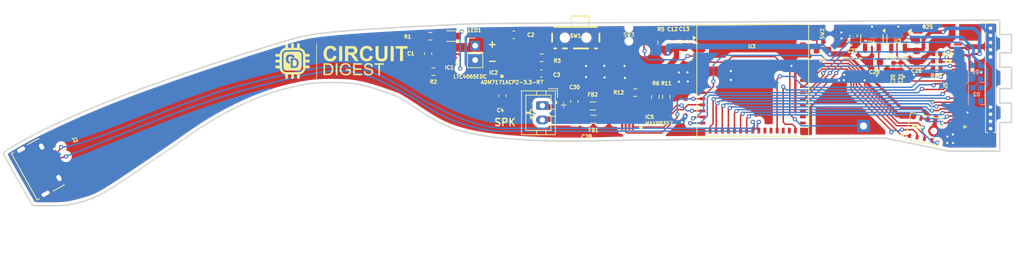
<source format=kicad_pcb>
(kicad_pcb (version 20240108) (generator "pcbnew") (generator_version "8.0")
  (layers (0 "F.Cu" signal) (31 "B.Cu" signal) (34 "B.Paste" user) (35 "F.Paste" user) (36 "B.SilkS" user "B.Silkscreen") (37 "F.SilkS" user "F.Silkscreen") (38 "B.Mask" user) (39 "F.Mask" user) (44 "Edge.Cuts" user))
  (net 0 "")
  (net 1 "Net-(BZ2--)")
  (net 2 "Net-(BZ2-+)")
  (net 3 "VBUS")
  (net 4 "GND")
  (net 5 "+BATT")
  (net 6 "Net-(IC2-SS)")
  (net 7 "+3V3")
  (net 8 "IO18{slash}DVP_Y4")
  (net 9 "MTDI{slash}IO41{slash}PDM_DATA")
  (net 12 "Net-(J3-Pin_1)")
  (net 14 "Net-(J5-Pin_6)")
  (net 15 "+2V8")
  (net 16 "+1V8")
  (net 17 "Net-(D1-DOUT)")
  (net 18 "D5{slash}I2C_SCL")
  (net 19 "Net-(IC5-OUTN)")
  (net 20 "Net-(IC5-OUTP)")
  (net 21 "Net-(IC1-PROG)")
  (net 22 "Net-(IC1-~{CHRG})")
  (net 23 "PWEN")
  (net 26 "IO13{slash}DVP_PCLK")
  (net 28 "D8{slash}A8{slash}SCK")
  (net 29 "IO11{slash}DVP_Y8")
  (net 31 "D6")
  (net 32 "D9{slash}A9{slash}MISO")
  (net 33 "IO10{slash}XMCLK")
  (net 35 "USB_D-")
  (net 39 "IO16{slash}DVP_Y5")
  (net 40 "IO12{slash}DVP_Y7")
  (net 41 "GPIO0")
  (net 43 "IO17{slash}DVP_Y3")
  (net 45 "IO47{slash}DVP_HREF")
  (net 46 "IO48{slash}DVP_Y9")
  (net 47 "D7")
  (net 48 "MTCK{slash}IO39{slash}CAM_SCL")
  (net 49 "IO14{slash}DVP_YY6")
  (net 50 "MTDO{slash}IO40{slash}CAMSDA")
  (net 51 "EN")
  (net 52 "IO15{slash}DVP_Y2")
  (net 53 "MTMS{slash}IO42{slash}PDM_CLK")
  (net 54 "IO38{slash}DVP_VSYNC")
  (net 55 "USB_D+")
  (net 56 "D10{slash}A10{slash}MOSI")
  (net 59 "Net-(IC5-~{SD_MODE})")
  (net 62 "Net-(IC5-GAIN_SLOT)")
  (net 65 "Net-(J5-Pin_8)")
  (net 66 "Net-(LED1-A)")
  (net 67 "/LDO_H")
  (footprint "Capacitor_SMD:C_0603_1608Metric" (layer "F.Cu") (at 121.36 37.53 -90)
    (property "Reference" "C13")
    (property "Value" "100nF")
  )
  (footprint "MicroUSB:AMPHENOL_10118194-0001LF" (layer "F.Cu") (at 30.551047 55.556966 -61)
    (property "Reference" "J2")
    (property "Value" "10118194-0001LF")
  )
  (footprint "Resistor_SMD:R_0603_1608Metric" (layer "F.Cu") (at 118.17858 37.55644 90)
    (property "Reference" "R5")
    (property "Value" "10k")
  )
  (footprint "Resistor_SMD:R_0603_1608Metric" (layer "F.Cu") (at 85.91296 36.65728)
    (property "Reference" "R1")
    (property "Value" "510")
  )
  (footprint "Capacitor_SMD:C_0402_1005Metric" (layer "F.Cu") (at 156.5783 39.12438 180)
    (property "Reference" "C22")
    (property "Value" "100nf")
  )
  (footprint "Inductor_SMD:L_0805_2012Metric" (layer "F.Cu") (at 108.67136 48.23206 180)
    (property "Reference" "FB1")
    (property "Value" "FerriteBead_Small")
  )
  (footprint "Resistor_SMD:R_0603_1608Metric" (layer "F.Cu") (at 101.45 39.66)
    (property "Reference" "R3")
    (property "Value" "100K")
  )
  (footprint "MAX98357AETE+T:QFN50P300X300X80-17N" (layer "F.Cu") (at 113.43 47.88 180)
    (property "Reference" "IC5")
    (property "Value" "MAX98357AETE+T" (hide yes))
  )
  (footprint "Resistor_SMD:R_0603_1608Metric" (layer "F.Cu") (at 140.64 38.6 180)
    (property "Reference" "R4")
    (property "Value" "10k")
  )
  (footprint "RF_Module:ESP32-S2-MINI-1U" (layer "F.Cu") (at 130.9 42.82)
    (property "Reference" "U3")
    (property "Value" "ESP32-S3-MINI-1U")
  )
  (footprint "Resistor_SMD:R_0603_1608Metric" (layer "F.Cu") (at 86.36 41.59 180)
    (property "Reference" "R2")
    (property "Value" "2K")
  )
  (footprint "Capacitor_SMD:C_0603_1608Metric" (layer "F.Cu") (at 144.9578 36.6014 90)
    (property "Reference" "C27")
    (property "Value" "1u")
  )
  (footprint "Capacitor_SMD:C_0603_1608Metric" (layer "F.Cu") (at 97.56 36.46)
    (property "Reference" "C2")
    (property "Value" "4.7u")
  )
  (footprint "Package_TO_SOT_SMD:SOT-23-5" (layer "F.Cu") (at 147.52 37.18 -90)
    (property "Reference" "U4")
    (property "Value" "AP2127K-1.8")
  )
  (footprint "Connector_JST:JST_PH_B2B-PH-K_1x02_P2.00mm_Vertical" (layer "F.Cu") (at 101.54802 46.3329 -90)
    (property "Reference" "BZ2")
    (property "Value" "SMT-0540-S-R")
  )
  (footprint "Capacitor_SMD:C_0603_1608Metric" (layer "F.Cu") (at 95.97 44.96 -90)
    (property "Reference" "C4")
    (property "Value" "4.7u")
  )
  (footprint "Resistor_SMD:R_0402_1005Metric" (layer "F.Cu") (at 156.5783 41.15892)
    (property "Reference" "R10")
    (property "Value" "10k")
  )
  (footprint "Capacitor_SMD:C_0603_1608Metric" (layer "F.Cu") (at 153.75636 36.45154 90)
    (property "Reference" "C25")
    (property "Value" "1u")
  )
  (footprint "Capacitor_SMD:C_0603_1608Metric" (layer "F.Cu") (at 85.61 39.07 -90)
    (property "Reference" "C1")
    (property "Value" "4.7u")
  )
  (footprint "Capacitor_SMD:C_0603_1608Metric" (layer "F.Cu") (at 106.05262 49.09312 -90)
    (property "Reference" "C29")
    (property "Value" "1u")
  )
  (footprint "Inductor_SMD:L_0805_2012Metric" (layer "F.Cu") (at 108.61548 46.38294 180)
    (property "Reference" "FB2")
    (property "Value" "FerriteBead_Small")
  )
  (footprint "LED_SMD:LED_0603_1608Metric" (layer "F.Cu") (at 88.99176 36.63696 180)
    (property "Reference" "LED1")
    (property "Value" "Red")
  )
  (footprint "LOGO" (layer "F.Cu") (at 73.51 40.13)
    (property "Reference" "G***" (hide yes))
    (property "Value" "LOGO" (hide yes))
  )
  (footprint "Resistor_SMD:R_0402_1005Metric" (layer "F.Cu") (at 156.5783 40.12438)
    (property "Reference" "R9")
    (property "Value" "10k")
  )
  (footprint "Capacitor_SMD:C_0603_1608Metric" (layer "F.Cu") (at 153.75636 39.48176 -90)
    (property "Reference" "C26")
    (property "Value" "1u")
  )
  (footprint "Connector_PinHeader_2.54mm:PinHeader_1x01_P2.54mm_Vertical" (layer "F.Cu") (at 146.3475 49.17)
    (property "Reference" "J3" (hide yes))
    (property "Value" "Conn_01x01")
  )
  (footprint "Connector_PinHeader_2.00mm:PinHeader_1x02_P2.00mm_Vertical" (layer "F.Cu") (at 92.18 37.98)
    (property "Reference" "J1" (hide yes))
    (property "Value" "Conn_01x02")
  )
  (footprint "3x4x2:Tactile 3x4x2mm TS-A010" (layer "F.Cu") (at 113.61928 36.438)
    (property "Reference" "SW3")
    (property "Value" "BOOT")
  )
  (footprint "Resistor_SMD:R_0603_1608Metric" (layer "F.Cu") (at 118.8339 45.12056 -90)
    (property "Reference" "R11")
    (property "Value" "NC")
  )
  (footprint "Capacitor_SMD:C_0402_1005Metric" (layer "F.Cu") (at 150.5331 40.85082 -90)
    (property "Reference" "C20")
    (property "Value" "100nf")
  )
  (footprint "Capacitor_SMD:C_0603_1608Metric" (layer "F.Cu") (at 119.7864 37.53104 -90)
    (property "Reference" "C12")
    (property "Value" "2.2uF")
  )
  (footprint "Capacitor_SMD:C_0603_1608Metric" (layer "F.Cu") (at 147.87118 40.21582 180)
    (property "Reference" "C28")
    (property "Value" "1u")
  )
  (footprint "Capacitor_SMD:C_0603_1608Metric" (layer "F.Cu") (at 106.01452 45.7581 90)
    (property "Reference" "C30")
    (property "Value" "1u")
  )
  (footprint "3x4x2:Tactile 3x4x2mm TS-A010" (layer "F.Cu") (at 141.63802 36.29998 180)
    (property "Reference" "SW2")
    (property "Value" "RST")
  )
  (footprint "ADM7171ACPZ-3.3-R7:SON50P300X300X80-9N-D" (layer "F.Cu") (at 97.31 40.37 90)
    (property "Reference" "IC2")
    (property "Value" "ADM7171ACPZ-3.3-R7")
  )
  (footprint "SMD_Slide_switch:slide switch spdt" (layer "F.Cu") (at 106.18724 37.27958 180)
    (property "Reference" "SW1")
    (property "Value" "K3-1280S-F1 ")
  )
  (footprint "Package_TO_SOT_SMD:SOT-23-5" (layer "F.Cu") (at 151.1725 37.21 -90)
    (property "Reference" "U2")
    (property "Value" "AP2127K-2.8")
  )
  (footprint "INMP441ACEZ_R7:MIC_INMP441ACEZ-R7" (layer "F.Cu") (at 154.89 49.62 168.5)
    (property "Reference" "MK1")
    (property "Value" "INMP441ACEZ-R7")
  )
  (footprint "LTC4065:SON50P200X200X80-7N-D" (layer "F.Cu") (at 88.27 39.1525 180)
    (property "Reference" "IC1")
    (property "Value" "LTC4065EDC")
  )
  (footprint "Resistor_SMD:R_0603_1608Metric" (layer "F.Cu") (at 114.51336 44.51858 180)
    (property "Reference" "R12")
    (property "Value" "0R")
  )
  (footprint "Capacitor_SMD:C_0603_1608Metric" (layer "F.Cu") (at 101.41 41.85)
    (property "Reference" "C3")
    (property "Value" "1n")
  )
  (footprint "Connector_PinHeader_1.00mm:PinHeader_1x15_P1.00mm_Vertical" (layer "F.Cu") (at 164.07 35.54)
    (property "Reference" "J5" (hide yes))
    (property "Value" "Conn_01x15")
  )
  (footprint "Connector_FFC-FPC:TE_2-1734839-4_1x24-1MP_P0.5mm_Horizontal" (layer "F.Cu") (at 160.89 43.54 90)
    (property "Reference" "J5")
    (property "Value" "Conn_01x24" (hide yes))
  )
  (footprint "Capacitor_SMD:C_0402_1005Metric" (layer "F.Cu") (at 151.52624 40.83056 -90)
    (property "Reference" "C21")
    (property "Value" "4.7uf")
  )
  (footprint "Resistor_SMD:R_0603_1608Metric" (layer "F.Cu") (at 117.31498 45.12056 -90)
    (property "Reference" "R6")
    (property "Value" "NC")
  )
  (footprint "LED_SMD:LED_WS2812B-2020_PLCC4_2.0x2.0mm" (layer "B.Cu") (at 162.13 41.67 90)
    (property "Reference" "D1")
    (property "Value" "WS2812B-2020")
  )
  (footprint "LED_SMD:LED_WS2812B-2020_PLCC4_2.0x2.0mm" (layer "B.Cu") (at 162.13 44.78 90)
    (property "Reference" "D2")
    (property "Value" "WS2812B-2020")
  )
  (gr_curve (pts (xy 34.39922 52.10302) (xy 34.18332 52.89804) (xy 33.08604 53.36794) (xy 32.64408 53.62194)) (stroke (width 0.2)) (layer "F.Cu") (net 35))
  (gr_curve (pts (xy 58.82386 41.22674) (xy 46.09338 45.16628) (xy 38.51148 48.40732) (xy 33.5026 50.90668)) (stroke (width 1.016)) (layer "F.Cu") (net 3))
  (gr_curve (pts (xy 85.04682 36.63696) (xy 74.85634 36.7157) (xy 72.57796 37.00272) (xy 58.82386 41.22674)) (stroke (width 1.016)) (layer "F.Cu") (net 3))
  (gr_curve (pts (xy 35.04184 53.46192) (xy 34.73704 53.5178) (xy 33.34258 53.87594) (xy 32.90316 54.23662)) (stroke (width 0.2)) (layer "F.Cu") (net 55))
  (gr_curve (pts (xy 95.63862 49.48936) (xy 91.29522 49.0982) (xy 87.34044 46.87824) (xy 84.54644 45.32884)) (stroke (width 0.2)) (layer "B.Cu") (net 35))
  (gr_curve (pts (xy 84.55152 45.34408) (xy 75.64628 39.60876) (xy 73.3679 39.89578) (xy 59.45378 43.53052)) (stroke (width 0.2)) (layer "B.Cu") (net 35))
  (gr_curve (pts (xy 95.26524 49.89322) (xy 90.3986 49.5173) (xy 86.44382 47.29734) (xy 83.91652 45.49394)) (stroke (width 0.2)) (layer "B.Cu") (net 55))
  (gr_curve (pts (xy 83.91652 45.49394) (xy 74.85634 40.55872) (xy 74.44486 40.3098) (xy 60.09132 44.1198)) (stroke (width 0.2)) (layer "B.Cu") (net 55))
  (gr_curve (pts (xy 60.09132 44.1198) (xy 51.17846 46.67504) (xy 40.7416 51.30546) (xy 35.06724 53.40604)) (stroke (width 0.2)) (layer "B.Cu") (net 55))
  (gr_curve (pts (xy 59.45378 43.53052) (xy 51.37404 45.60062) (xy 38.1889 51.96332) (xy 34.39414 52.1335)) (stroke (width 0.2)) (layer "B.Cu") (net 35))
  (gr_curve (pts (xy 30.362319 60.11614) (xy 30.295748 60.011295) (xy 29.380456 58.43101) (xy 28.328337 56.604394)) (stroke (width 0.2)) (layer "Edge.Cuts"))
  (gr_line (start 165.355462 45.975819) (end 165.355462 43.965819) (stroke (width 0.2)) (layer "Edge.Cuts"))
  (gr_line (start 166.995462 36.415819) (end 165.355462 36.415819) (stroke (width 0.2)) (layer "Edge.Cuts"))
  (gr_curve (pts (xy 43.143137 44.898393) (xy 48.470979 42.865373) (xy 56.728257 40.060266) (xy 63.415277 38.011678)) (stroke (width 0.2)) (layer "Edge.Cuts"))
  (gr_line (start 165.365462 38.975819) (end 166.995462 38.975839) (stroke (width 0.2)) (layer "Edge.Cuts"))
  (gr_line (start 166.995462 45.975819) (end 165.355462 45.975819) (stroke (width 0.2)) (layer "Edge.Cuts"))
  (gr_line (start 167.005462 40.985819) (end 165.365462 40.985819) (stroke (width 0.2)) (layer "Edge.Cuts"))
  (gr_line (start 165.355462 48.685819) (end 165.355462 52.69) (stroke (width 0.2)) (layer "Edge.Cuts"))
  (gr_curve (pts (xy 135.52 50.97) (xy 124.045371 51.040086) (xy 113.266373 51.136277) (xy 111.566666 51.183756)) (stroke (width 0.2)) (layer "Edge.Cuts"))
  (gr_line (start 165.355462 36.415819) (end 165.355462 34.405819) (stroke (width 0.2)) (layer "Edge.Cuts"))
  (gr_line (start 165.365462 40.985819) (end 165.365462 38.975819) (stroke (width 0.2)) (layer "Edge.Cuts"))
  (gr_line (start 158.3 52.69) (end 149.366666 50.873756) (stroke (width 0.2)) (layer "Edge.Cuts"))
  (gr_line (start 165.355462 43.965819) (end 167.005462 43.965836) (stroke (width 0.2)) (layer "Edge.Cuts"))
  (gr_curve (pts (xy 28.328337 56.604394) (xy 27.040531 54.368594) (xy 26.415394 53.203221) (xy 26.415394 53.038311)) (stroke (width 0.2)) (layer "Edge.Cuts"))
  (gr_curve (pts (xy 84.37059 35.274558) (xy 86.792093 35.156662) (xy 89.592483 35.017306) (xy 90.593682 34.964877)) (stroke (width 0.2)) (layer "Edge.Cuts"))
  (gr_line (start 165.355462 34.405819) (end 102.24173 34.830189) (stroke (width 0.2)) (layer "Edge.Cuts"))
  (gr_line (start 165.355462 48.685819) (end 166.995462 48.685819) (stroke (width 0.2)) (layer "Edge.Cuts"))
  (gr_curve (pts (xy 27.91825 51.89479) (xy 31.277905 49.88605) (xy 37.179839 47.173894) (xy 43.143137 44.898393)) (stroke (width 0.2)) (layer "Edge.Cuts"))
  (gr_curve (pts (xy 104 51.29) (xy 87.4205 50.912068) (xy 87.84 48.84) (xy 81.328101 45.056978)) (stroke (width 0.2)) (layer "Edge.Cuts"))
  (gr_line (start 166.995462 36.415819) (end 166.995462 38.975839) (stroke (width 0.2)) (layer "Edge.Cuts"))
  (gr_curve (pts (xy 57.588028 47.214968) (xy 55.481886 48.326725) (xy 54.007636 49.256486) (xy 51.138428 51.282516)) (stroke (width 0.2)) (layer "Edge.Cuts"))
  (gr_curve (pts (xy 111.566666 51.183756) (xy 108.444577 51.270968) (xy 107.781724 51.308524) (xy 104 51.29)) (stroke (width 0.2)) (layer "Edge.Cuts"))
  (gr_line (start 166.995462 45.975819) (end 166.995462 48.685819) (stroke (width 0.2)) (layer "Edge.Cuts"))
  (gr_curve (pts (xy 69.653581 36.376026) (xy 72.141172 36.003955) (xy 77.263635 35.620575) (xy 84.37059 35.274558)) (stroke (width 0.2)) (layer "Edge.Cuts"))
  (gr_curve (pts (xy 67.157459 43.627471) (xy 64.021552 44.290131) (xy 60.941323 45.444884) (xy 57.588028 47.214968)) (stroke (width 0.2)) (layer "Edge.Cuts"))
  (gr_curve (pts (xy 32.63129 60.306766) (xy 30.496114 60.306766) (xy 30.482639 60.305628) (xy 30.362319 60.11614)) (stroke (width 0.2)) (layer "Edge.Cuts"))
  (gr_line (start 167.005462 40.985819) (end 167.005462 43.965836) (stroke (width 0.2)) (layer "Edge.Cuts"))
  (gr_curve (pts (xy 90.593682 34.964877) (xy 91.620575 34.911102) (xy 96.697781 34.852394) (xy 102.24173 34.830189)) (stroke (width 0.2)) (layer "Edge.Cuts"))
  (gr_curve (pts (xy 51.138428 51.282516) (xy 48.475191 53.163106) (xy 42.401263 57.262339) (xy 41.115535 58.046869)) (stroke (width 0.2)) (layer "Edge.Cuts"))
  (gr_curve (pts (xy 72.101413 43.108036) (xy 70.170153 43.108036) (xy 69.067188 43.223919) (xy 67.157459 43.627471)) (stroke (width 0.2)) (layer "Edge.Cuts"))
  (gr_line (start 149.366666 50.873756) (end 135.52 50.97) (stroke (width 0.2)) (layer "Edge.Cuts"))
  (gr_curve (pts (xy 26.415394 53.038311) (xy 26.415394 52.811125) (xy 26.524456 52.72814) (xy 27.91825 51.89479)) (stroke (width 0.2)) (layer "Edge.Cuts"))
  (gr_curve (pts (xy 63.415277 38.011678) (xy 67.143529 36.869517) (xy 68.191811 36.594663) (xy 69.653581 36.376026)) (stroke (width 0.2)) (layer "Edge.Cuts"))
  (gr_curve (pts (xy 41.115535 58.046869) (xy 39.620427 58.959158) (xy 38.829601 59.318554) (xy 37.537064 59.673129)) (stroke (width 0.2)) (layer "Edge.Cuts"))
  (gr_line (start 165.355462 52.69) (end 158.3 52.69) (stroke (width 0.2)) (layer "Edge.Cuts"))
  (gr_curve (pts (xy 81.328101 45.056978) (xy 76.555653 43.325389) (xy 75.526662 43.108036) (xy 72.101413 43.108036)) (stroke (width 0.2)) (layer "Edge.Cuts"))
  (gr_curve (pts (xy 37.537064 59.673129) (xy 35.424774 60.252583) (xy 35.005274 60.306766) (xy 32.63129 60.306766)) (stroke (width 0.2)) (layer "Edge.Cuts"))
  (gr_text "AP2127K_1.8V" (at 142.99 39.93 0) (layer "F.SilkS") (effects (font (size 0.3 0.3) (thickness 0.075)) (justify left bottom)))
  (gr_text "SPK" (at 94.72 49.25 0) (layer "F.SilkS") (effects (font (size 1 1) (thickness 0.2) (bold yes)) (justify left bottom)))
  (gr_text "+" (at 103.84 46.78 0) (layer "F.SilkS") (effects (font (size 1 1) (thickness 0.1)) (justify left bottom)))
  (gr_text "+" (at 93.81 38.34 0) (layer "F.SilkS") (effects (font (size 1 1) (thickness 0.2) (bold yes)) (justify left bottom)))
  (gr_text "MAX98357" (at 115.83 49.09 0) (layer "F.SilkS") (effects (font (size 0.5 0.5) (thickness 0.1) (bold yes)) (justify left bottom)))
  (gr_text "AP2127K_2.8V" (at 149.42 39.85 0) (layer "F.SilkS") (effects (font (size 0.3 0.3) (thickness 0.075)) (justify left bottom)))
  (gr_text "-" (at 93.83 40.67 0) (layer "F.SilkS") (effects (font (size 1 1) (thickness 0.2) (bold yes)) (justify left bottom)))
  (segment (start 101.64886 48.23206) (end 101.54802 48.3329) (width 0.762) (layer "F.Cu") (net 1))
  (segment (start 107.60886 48.23206) (end 101.64886 48.23206) (width 0.762) (layer "F.Cu") (net 1))
  (segment (start 106.01142 46.53) (end 106.01452 46.5331) (width 0.762) (layer "F.Cu") (net 2))
  (segment (start 101.54802 46.3329) (end 101.74512 46.53) (width 0.762) (layer "F.Cu") (net 2))
  (segment (start 107.40282 46.5331) (end 107.55298 46.38294) (width 0.762) (layer "F.Cu") (net 2))
  (segment (start 101.74512 46.53) (end 106.01142 46.53) (width 0.762) (layer "F.Cu") (net 2))
  (segment (start 106.01452 46.5331) (end 107.40282 46.5331) (width 0.762) (layer "F.Cu") (net 2))
  (segment (start 87.32 38.6525) (end 85.9675 38.6525) (width 0.3048) (layer "F.Cu") (net 3))
  (segment (start 33.07334 51.33594) (end 33.5026 50.90668) (width 0.508) (layer "F.Cu") (net 3))
  (segment (start 32.452045 53.123095) (end 32.83712 52.73802) (width 0.2) (layer "F.Cu") (net 3))
  (segment (start 32.260404 53.123095) (end 32.452045 53.123095) (width 0.2) (layer "F.Cu") (net 3))
  (segment (start 32.83712 52.73802) (end 33.07334 52.5018) (width 0.508) (layer "F.Cu") (net 3))
  (segment (start 85.9675 38.6525) (end 85.61 38.295) (width 0.3048) (layer "F.Cu") (net 3))
  (segment (start 33.07334 52.5018) (end 33.07334 51.33594) (width 0.508) (layer "F.Cu") (net 3))
  (segment (start 118.8339 44.29556) (end 118.8339 44.42714) (width 0.2) (layer "F.Cu") (net 4))
  (segment (start 118.8339 44.42714) (end 118.1735 45.08754) (width 0.2) (layer "F.Cu") (net 4))
  (segment (start 160.85 45.3952) (end 160.2448 44.79) (width 0.2) (layer "F.Cu") (net 4))
  (segment (start 147.76704 42.14114) (end 147.09618 41.47028) (width 0.2) (layer "F.Cu") (net 4))
  (segment (start 88.5894 39.6525) (end 88.27 39.3331) (width 0.3048) (layer "F.Cu") (net 4))
  (segment (start 160.2448 44.79) (end 159.54 44.79) (width 0.2) (layer "F.Cu") (net 4))
  (segment (start 157.8 37.75) (end 156.77 37.75) (width 0.3048) (layer "F.Cu") (net 4))
  (segment (start 158.85 35.73) (end 158.40314 35.28314) (width 0.3048) (layer "F.Cu") (net 4))
  (segment (start 157.93264 37.75) (end 157.8 37.75) (width 0.3048) (layer "F.Cu") (net 4))
  (segment (start 158.47264 38.29) (end 157.93264 37.75) (width 0.3048) (layer "F.Cu") (net 4))
  (segment (start 153.237499 47.85868) (end 150.89632 47.85868) (width 0.2) (layer "F.Cu") (net 4))
  (segment (start 160.85 47.31) (end 160.85 45.3952) (width 0.2) (layer "F.Cu") (net 4))
  (segment (start 113.68 48.13) (end 113.43 47.88) (width 0.2) (layer "F.Cu") (net 4))
  (segment (start 156.0983 38.87972) (end 156.77 38.20802) (width 0.381) (layer "F.Cu") (net 4))
  (segment (start 147.09618 41.47028) (end 147.09618 40.21582) (width 0.2) (layer "F.Cu") (net 4))
  (segment (start 146.50466 43.46702) (end 146.50466 42.80154) (width 0.2) (layer "F.Cu") (net 4))
  (segment (start 164.07 38.54) (end 163.82 38.29) (width 0.3048) (layer "F.Cu") (net 4))
  (segment (start 163.82 38.29) (end 159.54 38.29) (width 0.3048) (layer "F.Cu") (net 4))
  (segment (start 113.18 48.13) (end 113.43 47.88) (width 0.2) (layer "F.Cu") (net 4))
  (segment (start 88.27 39.3331) (end 88.27 39.1525) (width 0.3048) (layer "F.Cu") (net 4))
  (segment (start 116.12372 47.22628) (end 115.72 47.63) (width 0.2) (layer "F.Cu") (net 4))
  (segment (start 111.98 48.13) (end 113.18 48.13) (width 0.2) (layer "F.Cu") (net 4))
  (segment (start 116.51234 45.08754) (end 116.12372 45.47616) (width 0.2) (layer "F.Cu") (net 4))
  (segment (start 114.88 47.63) (end 113.68 47.63) (width 0.2) (layer "F.Cu") (net 4))
  (segment (start 97.56 40.12) (end 97.31 40.37) (width 0.2) (layer "F.Cu") (net 4))
  (segment (start 89.22 39.6525) (end 88.5894 39.6525) (width 0.3048) (layer "F.Cu") (net 4))
  (segment (start 118.1735 45.08754) (end 116.51234 45.08754) (width 0.2) (layer "F.Cu") (net 4))
  (segment (start 158.40314 35.28314) (end 154.89682 35.28314) (width 0.3048) (layer "F.Cu") (net 4))
  (segment (start 113.68 47.63) (end 113.43 47.88) (width 0.2) (layer "F.Cu") (net 4))
  (segment (start 156.77 38.20802) (end 156.77 37.75) (width 0.381) (layer "F.Cu") (net 4))
  (segment (start 156.0983 39.12438) (end 156.0983 38.87972) (width 0.381) (layer "F.Cu") (net 4))
  (segment (start 153.3227 47.943881) (end 153.237499 47.85868) (width 0.2) (layer "F.Cu") (net 4))
  (segment (start 158.85 37.13) (end 158.85 35.73) (width 0.3048) (layer "F.Cu") (net 4))
  (segment (start 115.72 47.63) (end 114.88 47.63) (width 0.2) (layer "F.Cu") (net 4))
  (segment (start 157.8 37.75) (end 158.23 37.75) (width 0.3048) (layer "F.Cu") (net 4))
  (segment (start 150.89632 47.85868) (end 146.50466 43.46702) (width 0.2) (layer "F.Cu") (net 4))
  (segment (start 116.12372 45.47616) (end 116.12372 47.22628) (width 0.2) (layer "F.Cu") (net 4))
  (segment (start 123.9 49.82) (end 123.92362 49.82) (width 0.2) (layer "F.Cu") (net 4))
  (segment (start 159.54 38.29) (end 158.47264 38.29) (width 0.3048) (layer "F.Cu") (net 4))
  (segment (start 97.56 38.92) (end 97.56 40.12) (width 0.2) (layer "F.Cu") (net 4))
  (segment (start 148.19884 42.14114) (end 147.76704 42.14114) (width 0.2) (layer "F.Cu") (net 4))
  (segment (start 158.23 37.75) (end 158.85 37.13) (width 0.3048) (layer "F.Cu") (net 4))
  (segment (start 113.68 49.33) (end 113.68 48.13) (width 0.2) (layer "F.Cu") (net 4))
  (segment (start 87.32 39.1525) (end 88.27 39.1525) (width 0.3048) (layer "F.Cu") (net 4))
  (via (at 143.59636 42.77106) (size 0.6) (drill 0.3) (layers "F.Cu" "B.Cu") (net 4))
  (via (at 120.60428 42.99712) (size 0.6) (drill 0.3) (layers "F.Cu" "B.Cu") (net 4))
  (via (at 113.05794 42.4688) (size 0.6) (drill 0.3) (layers "F.Cu" "B.Cu") (net 4))
  (via (at 153.38298 42.02938) (size 0.6) (drill 0.3) (layers "F.Cu" "B.Cu") (net 4))
  (via (at 158.83382 51.55692) (size 0.6) (drill 0.3) (layers "F.Cu" "B.Cu") (net 4))
  (via (at 121.46788 47.82058) (size 0.6) (drill 0.3) (layers "F.Cu" "B.Cu") (net 4))
  (via (at 154.89682 35.28314) (size 0.6) (drill 0.3) (layers "F.Cu" "B.Cu") (net 4))
  (via (at 147.53844 35.32632) (size 0.6) (drill 0.3) (layers "F.Cu" "B.Cu") (net 4))
  (via (at 143.2687 36.13912) (size 0.6) (drill 0.3) (layers "F.Cu" "B.Cu") (net 4))
  (via (at 113.01984 40.80002) (size 0.6) (drill 0.3) (layers "F.Cu" "B.Cu") (net 4))
  (via (at 142.93596 42.81932) (size 0.6) (drill 0.3) (layers "F.Cu" "B.Cu") (net 4))
  (via (at 158.81858 50.36058) (size 0.6) (drill 0.3) (layers "F.Cu" "B.Cu") (net 4))
  (via (at 158.0515 50.6476) (size 0.6) (drill 0.3) (layers "F.Cu" "B.Cu") (net 4))
  (via (at 121.78792 41.69664) (size 0.6) (drill 0.3) (layers "F.Cu" "B.Cu") (net 4))
  (via (at 107.65028 42.33672) (size 0.6) (drill 0.3) (layers "F.Cu" "B.Cu") (net 4))
  (via (at 148.19884 42.14114) (size 0.6) (drill 0.3) (layers "F.Cu" "B.Cu") (net 4))
  (via (at 162.77 41.68) (size 0.6) (drill 0.3) (layers "F.Cu" "B.Cu") (net 4))
  (via (at 127.84582 41.50868) (size 0.6) (drill 0.3) (layers "F.Cu" "B.Cu") (net 4))
  (via (at 143.65986 42.03446) (size 0.6) (drill 0.3) (layers "F.Cu" "B.Cu") (net 4))
  (via (at 151.99741 42.31513) (size 0.6) (drill 0.3) (layers "F.Cu" "B.Cu") (net 4))
  (via (at 146.50466 42.80154) (size 0.6) (drill 0.3) (layers "F.Cu" "B.Cu") (net 4))
  (via (at 136.2964 40.7924) (size 0.6) (drill 0.3) (layers "F.Cu" "B.Cu") (net 4))
  (via (at 158.03626 51.54168) (size 0.6) (drill 0.3) (layers "F.Cu" "B.Cu") (net 4))
  (via (at 120.60428 41.71442) (size 0.6) (drill 0.3) (layers "F.Cu" "B.Cu") (net 4))
  (via (at 127.84582 42.75328) (size 0.6) (drill 0.3) (layers "F.Cu" "B.Cu") (net 4))
  (via (at 110.19282 40.7797) (size 0.6) (drill 0.3) (layers "F.Cu" "B.Cu") (net 4))
  (via (at 121.02592 48.641) (size 0.6) (drill 0.3) (layers "F.Cu" "B.Cu") (net 4))
  (via (at 110.23092 42.41292) (size 0.6) (drill 0.3) (layers "F.Cu" "B.Cu") (net 4))
  (via (at 143.2687 36.957) (size 0.6) (drill 0.3) (layers "F.Cu" "B.Cu") (net 4))
  (via (at 121.83872 42.9641) (size 0.6) (drill 0.3) (layers "F.Cu" "B.Cu") (net 4))
  (via (at 151.2062 35.32124) (size 0.6) (drill 0.3) (layers "F.Cu" "B.Cu") (net 4))
  (via (at 160.85 47.31) (size 0.6) (drill 0.3) (layers "F.Cu" "B.Cu") (net 4))
  (via (at 107.65028 40.80002) (size 0.6) (drill 0.3) (layers "F.Cu" "B.Cu") (net 4))
  (segment (start 151.511 42.80154) (end 152.76322 41.54932) (width 0.508) (layer "B.Cu") (net 4))
  (segment (start 162.485 41.68) (end 162.77 41.68) (width 0.2) (layer "B.Cu") (net 4))
  (segment (start 161.58 42.585) (end 162.485 41.68) (width 0.2) (layer "B.Cu") (net 4))
  (segment (start 159.4866 45.2882) (end 159.9057 45.7073) (width 0.508) (layer "B.Cu") (net 4))
  (segment (start 143.56588 42.80154) (end 143.59636 42.77106) (width 0.508) (layer "B.Cu") (net 4))
  (segment (start 143.59636 42.77106) (end 143.62684 42.80154) (width 0.508) (layer "B.Cu") (net 4))
  (segment (start 146.50466 42.80154) (end 150.2664 42.80154) (width 0.508) (layer "B.Cu") (net 4))
  (segment (start 159.4866 42.64152) (end 159.4866 45.2882) (width 0.508) (layer "B.Cu") (net 4))
  (segment (start 152.28316 42.02938) (end 153.38298 42.02938) (width 0.508) (layer "B.Cu") (net 4))
  (segment (start 142.91818 42.80154) (end 142.93596 42.81932) (width 0.508) (layer "B.Cu") (net 4))
  (segment (start 136.2964 40.7924) (end 138.30554 42.80154) (width 0.508) (layer "B.Cu") (net 4))
  (segment (start 143.62684 42.80154) (end 145.11528 42.80154) (width 0.508) (layer "B.Cu") (net 4))
  (segment (start 150.2664 42.80154) (end 151.511 42.80154) (width 0.508) (layer "B.Cu") (net 4))
  (segment (start 153.86304 41.54932) (end 158.3944 41.54932) (width 0.508) (layer "B.Cu") (net 4))
  (segment (start 148.19884 42.50436) (end 148.49602 42.80154) (width 0.2) (layer "B.Cu") (net 4))
  (segment (start 142.95374 42.80154) (end 143.56588 42.80154) (width 0.508) (layer "B.Cu") (net 4))
  (segment (start 158.3944 41.54932) (end 159.4866 42.64152) (width 0.508) (layer "B.Cu") (net 4))
  (segment (start 148.19884 42.14114) (end 148.19884 42.50436) (width 0.2) (layer "B.Cu") (net 4))
  (segment (start 151.99741 42.31513) (end 152.28316 42.02938) (width 0.508) (layer "B.Cu") (net 4))
  (segment (start 153.38298 42.02938) (end 153.86304 41.54932) (width 0.508) (layer "B.Cu") (net 4))
  (segment (start 148.49602 42.80154) (end 150.2664 42.80154) (width 0.2) (layer "B.Cu") (net 4))
  (segment (start 142.93596 42.81932) (end 142.95374 42.80154) (width 0.508) (layer "B.Cu") (net 4))
  (segment (start 152.76322 41.54932) (end 153.86304 41.54932) (width 0.508) (layer "B.Cu") (net 4))
  (segment (start 138.30554 42.80154) (end 142.91818 42.80154) (width 0.508) (layer "B.Cu") (net 4))
  (segment (start 145.79346 42.80154) (end 146.50466 42.80154) (width 0.508) (layer "B.Cu") (net 4))
  (segment (start 145.11528 42.80154) (end 145.79346 42.80154) (width 0.508) (layer "B.Cu") (net 4))
  (segment (start 90.0768 38.59784) (end 91.56216 38.59784) (width 0.508) (layer "F.Cu") (net 5))
  (segment (start 100.625 38.405) (end 99.88 37.66) (width 0.508) (layer "F.Cu") (net 5))
  (segment (start 96.78 36.465) (end 96.78 38.92) (width 0.762) (layer "F.Cu") (net 5))
  (segment (start 91.56216 38.59784) (end 92.18 37.98) (width 0.508) (layer "F.Cu") (net 5))
  (segment (start 96.785 36.46) (end 96.78 36.465) (width 0.762) (layer "F.Cu") (net 5))
  (segment (start 100.625 39.66) (end 100.625 38.405) (width 0.508) (layer "F.Cu") (net 5))
  (segment (start 96.78 38.92) (end 96.56 38.92) (width 0.2) (layer "F.Cu") (net 5))
  (segment (start 90.02854 38.54958) (end 90.0768 38.59784) (width 0.508) (layer "F.Cu") (net 5))
  (segment (start 99.88 37.66) (end 97.23 37.66) (width 0.508) (layer "F.Cu") (net 5))
  (segment (start 89.56924 38.6525) (end 89.67216 38.54958) (width 0.2) (layer "F.Cu") (net 5))
  (segment (start 97.06 38.92) (end 96.78 38.92) (width 0.2) (layer "F.Cu") (net 5))
  (segment (start 96.78 38.11) (end 96.78 38.92) (width 0.508) (layer "F.Cu") (net 5))
  (segment (start 97.23 37.66) (end 96.78 38.11) (width 0.508) (layer "F.Cu") (net 5))
  (segment (start 89.22 38.6525) (end 89.56924 38.6525) (width 0.2) (layer "F.Cu") (net 5))
  (segment (start 89.67216 38.54958) (end 90.02854 38.54958) (width 0.508) (layer "F.Cu") (net 5))
  (segment (start 98.09 41.85) (end 98.06 41.82) (width 0.3048) (layer "F.Cu") (net 6))
  (segment (start 100.635 41.85) (end 98.09 41.85) (width 0.3048) (layer "F.Cu") (net 6))
  (segment (start 150.5331 40.37082) (end 151.50598 40.37082) (width 0.2) (layer "F.Cu") (net 7))
  (segment (start 120.26 38.03) (end 119.21 38.03) (width 0.762) (layer "F.Cu") (net 7))
  (segment (start 118.85856 38.38144) (end 119.05 38.19) (width 0.762) (layer "F.Cu") (net 7))
  (segment (start 119.21 38.03) (end 119.2 38.04) (width 0.762) (layer "F.Cu") (net 7))
  (segment (start 97.06 42.5126) (end 97.06 41.82) (width 0.762) (layer "F.Cu") (net 7))
  (segment (start 150.26894 37.19576) (end 150.2225 37.14932) (width 0.508) (layer "F.Cu") (net 7))
  (segment (start 148.49348 37.19576) (end 148.47 37.17228) (width 0.508) (layer "F.Cu") (net 7))
  (segment (start 154.351622 48.153218) (end 155.171206 48.153218) (width 0.2) (layer "F.Cu") (net 7))
  (segment (start 154.84348 41.15054) (end 152.69718 41.15054) (width 0.2) (layer "F.Cu") (net 7))
  (segment (start 152.1225 36.3366) (end 152.56764 36.78174) (width 0.508) (layer "F.Cu") (net 7))
  (segment (start 152.1225 36.79762) (end 151.72436 37.19576) (width 0.508) (layer "F.Cu") (net 7))
  (segment (start 120.26 38.03) (end 121.34 38.03) (width 0.762) (layer "F.Cu") (net 7))
  (segment (start 151.72436 37.19576) (end 151.02332 37.19576) (width 0.508) (layer "F.Cu") (net 7))
  (segment (start 113.06 46.55) (end 113 46.55) (width 0.2) (layer "F.Cu") (net 7))
  (segment (start 116.23294 43.32224) (end 116.74856 43.32224) (width 0.762) (layer "F.Cu") (net 7))
  (segment (start 116.74856 43.32224) (end 117.31498 43.88866) (width 0.762) (layer "F.Cu") (net 7))
  (segment (start 119.05 38.9878) (end 119.05 38.19) (width 0.762) (layer "F.Cu") (net 7))
  (segment (start 150.26894 37.19576) (end 148.49348 37.19576) (width 0.508) (layer "F.Cu") (net 7))
  (segment (start 97.56 42.365) (end 97.435 42.49) (width 0.3048) (layer "F.Cu") (net 7))
  (segment (start 152.1225 36.0725) (end 153.27654 37.22654) (width 0.508) (layer "F.Cu") (net 7))
  (segment (start 119.7864 38.30604) (end 121.35896 38.30604) (width 0.762) (layer "F.Cu") (net 7))
  (segment (start 114.18 43.82) (end 114.68284 43.31716) (width 0.762) (layer "F.Cu") (net 7))
  (segment (start 141.64 39.13) (end 144.088448 39.13) (width 0.762) (layer "F.Cu") (net 7))
  (segment (start 112.9 45.79) (end 113.73 44.96) (width 0.762) (layer "F.Cu") (net 7))
  (segment (start 113.18 46.43) (end 112.92 46.43) (width 0.2) (layer "F.Cu") (net 7))
  (segment (start 146.57 36.07) (end 145.2636 37.3764) (width 0.762) (layer "F.Cu") (net 7))
  (segment (start 152.69718 41.15054) (end 152.04313 40.49649) (width 0.2) (layer "F.Cu") (net 7))
  (segment (start 151.569979 46.62678) (end 154.305 46.62678) (width 0.381) (layer "F.Cu") (net 7))
  (segment (start 141.64 39.09) (end 141.15 38.6) (width 0.762) (layer "F.Cu") (net 7))
  (segment (start 152.1225 36.0725) (end 152.1225 36.79762) (width 0.508) (layer "F.Cu") (net 7))
  (segment (start 146.57 36.648448) (end 146.57 36.0425) (width 0.762) (layer "F.Cu") (net 7))
  (segment (start 104.25684 43.31716) (end 103.764 43.81) (width 0.762) (layer "F.Cu") (net 7))
  (segment (start 116.23294 43.32224) (end 116.63776 43.32224) (width 0.762) (layer "F.Cu") (net 7))
  (segment (start 112.88 46.43) (end 112.9 46.45) (width 0.2) (layer "F.Cu") (net 7))
  (segment (start 122.35 38.01) (end 122.91 38.57) (width 0.762) (layer "F.Cu") (net 7))
  (segment (start 103.764 43.81) (end 98.15 43.81) (width 0.762) (layer "F.Cu") (net 7))
  (segment (start 116.63776 43.32224) (end 120.26 39.7) (width 0.762) (layer "F.Cu") (net 7))
  (segment (start 121.36 38.01) (end 122.35 38.01) (width 0.762) (layer "F.Cu") (net 7))
  (segment (start 98.15 43.81) (end 97.2238 42.8838) (width 0.762) (layer "F.Cu") (net 7))
  (segment (start 121.35896 38.30604) (end 121.36 38.305) (width 0.762) (layer "F.Cu") (net 7))
  (segment (start 153.27654 37.22654) (end 153.75636 37.22654) (width 0.508) (layer "F.Cu") (net 7))
  (segment (start 97.56 41.82) (end 97.56 42.365) (width 0.3048) (layer "F.Cu") (net 7))
  (segment (start 144.073199 39.13) (end 151.569979 46.62678) (width 0.381) (layer "F.Cu") (net 7))
  (segment (start 119.05 38.19) (end 119.2 38.04) (width 0.762) (layer "F.Cu") (net 7))
  (segment (start 112.68 46.43) (end 112.88 46.43) (width 0.2) (layer "F.Cu") (net 7))
  (segment (start 117.31498 43.88866) (end 117.31498 44.29556) (width 0.762) (layer "F.Cu") (net 7))
  (segment (start 119.10464 38.9878) (end 119.7864 38.30604) (width 0.762) (layer "F.Cu") (net 7))
  (segment (start 121.34 38.03) (end 121.36 38.01) (width 0.762) (layer "F.Cu") (net 7))
  (segment (start 152.04313 40.49649) (end 151.02332 39.47668) (width 0.2) (layer "F.Cu") (net 7))
  (segment (start 96.56 42.34) (end 96.56 41.82) (width 0.3048) (layer "F.Cu") (net 7))
  (segment (start 155.171206 48.153218) (end 155.380543 48.362555) (width 0.2) (layer "F.Cu") (net 7))
  (segment (start 112.9 46.45) (end 112.9 45.79) (width 0.762) (layer "F.Cu") (net 7))
  (segment (start 151.52624 40.35056) (end 151.8972 40.35056) (width 0.2) (layer "F.Cu") (net 7))
  (segment (start 156.0683 40.12438) (end 155.86964 40.12438) (width 0.2) (layer "F.Cu") (net 7))
  (segment (start 154.305 46.62678) (end 155.3845 47.70628) (width 0.381) (layer "F.Cu") (net 7))
  (segment (start 97.435 42.49) (end 96.71 42.49) (width 0.3048) (layer "F.Cu") (net 7))
  (segment (start 118.78494 38.9878) (end 118.17858 38.38144) (width 0.762) (layer "F.Cu") (net 7))
  (segment (start 155.380543 47.710237) (end 155.380543 48.362555) (width 0.381) (layer "F.Cu") (net 7))
  (segment (start 152.1225 36.0725) (end 152.1225 36.3366) (width 0.508) (layer "F.Cu") (net 7))
  (segment (start 155.3845 47.70628) (end 155.380543 47.710237) (width 0.381) (layer "F.Cu") (net 7))
  (segment (start 151.02332 39.47668) (end 151.02332 37.19576) (width 0.2) (layer "F.Cu") (net 7))
  (segment (start 114.68284 43.31716) (end 104.25684 43.31716) (width 0.762) (layer "F.Cu") (net 7))
  (segment (start 96.71 42.49) (end 96.56 42.34) (width 0.3048) (layer "F.Cu") (net 7))
  (segment (start 119.05 38.9878) (end 118.78494 38.9878) (width 0.762) (layer "F.Cu") (net 7))
  (segment (start 151.02332 37.19576) (end 150.26894 37.19576) (width 0.508) (layer "F.Cu") (net 7))
  (segment (start 118.17858 38.38144) (end 118.85856 38.38144) (width 0.762) (layer "F.Cu") (net 7))
  (segment (start 113.73 44.96) (end 113.73 44.27) (width 0.762) (layer "F.Cu") (net 7))
  (segment (start 145.2636 37.3764) (end 144.9578 37.3764) (width 0.762) (layer "F.Cu") (net 7))
  (segment (start 148.47 37.17228) (end 148.47 36.0425) (width 0.508) (layer "F.Cu") (net 7))
  (segment (start 112.92 46.43) (end 112.9 46.45) (width 0.2) (layer "F.Cu") (net 7))
  (segment (start 144.088448 39.13) (end 146.57 36.648448) (width 0.762) (layer "F.Cu") (net 7))
  (segment (start 146.57 36.0425) (end 146.57 36.07) (width 0.762) (layer "F.Cu") (net 7))
  (segment (start 147.117312 37.19576) (end 146.57 36.648448) (width 0.508) (layer "F.Cu") (net 7))
  (segment (start 114.18 43.82) (end 114.67776 43.32224) (width 0.762) (layer "F.Cu") (net 7))
  (segment (start 141.64 39.13) (end 144.073199 39.13) (width 0.381) (layer "F.Cu") (net 7))
  (segment (start 120.26 39.7) (end 120.26 38.03) (width 0.762) (layer "F.Cu") (net 7))
  (segment (start 141.64 39.13) (end 141.64 39.09) (width 0.762) (layer "F.Cu") (net 7))
  (segment (start 119.05 38.9878) (end 119.10464 38.9878) (width 0.762) (layer "F.Cu") (net 7))
  (segment (start 114.67776 43.32224) (end 116.23294 43.32224) (width 0.762) (layer "F.Cu") (net 7))
  (segment (start 97.2238 42.8838) (end 97.4312 42.8838) (width 0.762) (layer "F.Cu") (net 7))
  (segment (start 97.4312 42.8838) (end 97.06 42.5126) (width 0.762) (layer "F.Cu") (net 7))
  (segment (start 113.73 44.27) (end 114.18 43.82) (width 0.762) (layer "F.Cu") (net 7))
  (segment (start 97.2238 42.8838) (end 97.1 42.76) (width 0.762) (layer "F.Cu") (net 7))
  (segment (start 150.2225 37.14932) (end 150.2225 36.0725) (width 0.508) (layer "F.Cu") (net 7))
  (segment (start 122.91 38.57) (end 123.9 38.57) (width 0.762) (layer "F.Cu") (net 7))
  (segment (start 148.49348 37.19576) (end 147.117312 37.19576) (width 0.508) (layer "F.Cu") (net 7))
  (segment (start 151.8972 40.35056) (end 152.04313 40.49649) (width 0.2) (layer "F.Cu") (net 7))
  (segment (start 155.86964 40.12438) (end 154.84348 41.15054) (width 0.2) (layer "F.Cu") (net 7))
  (segment (start 151.50598 40.37082) (end 151.52624 40.35056) (width 0.2) (layer "F.Cu") (net 7))
  (via (at 152.56764 36.78174) (size 0.6) (drill 0.3) (layers "F.Cu" "B.Cu") (net 7))
  (via (at 141.64 39.13) (size 0.6) (drill 0.3) (layers "F.Cu" "B.Cu") (net 7))
  (via (at 119.05 38.9878) (size 0.6) (drill 0.3) (layers "F.Cu" "B.Cu") (net 7))
  (segment (start 119.05 38.9878) (end 119.05 38.15) (width 0.762) (layer "B.Cu") (net 7))
  (segment (start 161.70148 39.49068) (end 162.68 40.4692) (width 0.381) (layer "B.Cu") (net 7))
  (segment (start 163.025 40.755) (end 163.58 41.31) (width 0.381) (layer "B.Cu") (net 7))
  (segment (start 160.10382 36.78174) (end 161.70148 38.3794) (width 0.381) (layer "B.Cu") (net 7))
  (segment (start 119.16 38.04) (end 121.654527 38.04) (width 0.762) (layer "B.Cu") (net 7))
  (segment (start 119.05 38.15) (end 119.16 38.04) (width 0.762) (layer "B.Cu") (net 7))
  (segment (start 152.56764 36.78174) (end 160.10382 36.78174) (width 0.381) (layer "B.Cu") (net 7))
  (segment (start 140.6 38.09) (end 141.64 39.13) (width 0.762) (layer "B.Cu") (net 7))
  (segment (start 161.70148 38.3794) (end 161.70148 39.49068) (width 0.381) (layer "B.Cu") (net 7))
  (segment (start 163.58 41.31) (end 163.58 43.42) (width 0.381) (layer "B.Cu") (net 7))
  (segment (start 162.68 40.4692) (end 162.68 40.755) (width 0.381) (layer "B.Cu") (net 7))
  (segment (start 163.135 43.865) (end 162.68 43.865) (width 0.381) (layer "B.Cu") (net 7))
  (segment (start 121.654527 38.04) (end 121.704527 38.09) (width 0.762) (layer "B.Cu") (net 7))
  (segment (start 121.704527 38.09) (end 139.5 38.09) (width 0.762) (layer "B.Cu") (net 7))
  (segment (start 139.5 38.09) (end 140.6 38.09) (width 0.762) (layer "B.Cu") (net 7))
  (segment (start 163.58 43.42) (end 163.135 43.865) (width 0.381) (layer "B.Cu") (net 7))
  (segment (start 162.68 40.755) (end 163.025 40.755) (width 0.381) (layer "B.Cu") (net 7))
  (segment (start 157.3276 48.768) (end 157.9626 48.768) (width 0.2) (layer "F.Cu") (net 8))
  (segment (start 158.4406 48.29) (end 159.54 48.29) (width 0.2) (layer "F.Cu") (net 8))
  (segment (start 130.35788 47.84842) (end 130.05 48.1563) (width 0.2) (layer "F.Cu") (net 8))
  (segment (start 157.9626 48.768) (end 158.4406 48.29) (width 0.2) (layer "F.Cu") (net 8))
  (segment (start 130.05 48.1563) (end 130.05 49.82) (width 0.2) (layer "F.Cu") (net 8))
  (via (at 130.35788 47.84842) (size 0.6) (drill 0.3) (layers "F.Cu" "B.Cu") (net 8))
  (via (at 157.3276 48.768) (size 0.6) (drill 0.3) (layers "F.Cu" "B.Cu") (net 8))
  (segment (start 154.24968 47.62302) (end 130.58328 47.62302) (width 0.2) (layer "B.Cu") (net 8))
  (segment (start 130.58328 47.62302) (end 130.35788 47.84842) (width 0.2) (layer "B.Cu") (net 8))
  (segment (start 157.3276 48.768) (end 157.10387 48.54427) (width 0.2) (layer "B.Cu") (net 8))
  (segment (start 157.10387 48.54427) (end 155.17093 48.54427) (width 0.2) (layer "B.Cu") (net 8))
  (segment (start 155.17093 48.54427) (end 154.24968 47.62302) (width 0.2) (layer "B.Cu") (net 8))
  (segment (start 153.2624 49.6924) (end 153.821303 50.251303) (width 0.2) (layer "F.Cu") (net 9))
  (segment (start 140.52616 41.24132) (end 138.09748 43.67) (width 0.2) (layer "F.Cu") (net 9))
  (segment (start 150.22 50.04) (end 150.22 49.79) (width 0.2) (layer "F.Cu") (net 9))
  (segment (start 153.821303 50.251303) (end 153.821303 50.759818) (width 0.2) (layer "F.Cu") (net 9))
  (segment (start 144.62506 44.19506) (end 144.62506 41.80332) (width 0.2) (layer "F.Cu") (net 9))
  (segment (start 144.06306 41.24132) (end 140.52616 41.24132) (width 0.2) (layer "F.Cu") (net 9))
  (segment (start 150.22 49.79) (end 144.62506 44.19506) (width 0.2) (layer "F.Cu") (net 9))
  (segment (start 138.09748 43.67) (end 137.9 43.67) (width 0.2) (layer "F.Cu") (net 9))
  (segment (start 151.72436 49.6924) (end 153.2624 49.6924) (width 0.2) (layer "F.Cu") (net 9))
  (segment (start 144.62506 41.80332) (end 144.06306 41.24132) (width 0.2) (layer "F.Cu") (net 9))
  (via (at 151.72436 49.6924) (size 0.6) (drill 0.3) (layers "F.Cu" "B.Cu") (net 9))
  (via (at 150.22 50.04) (size 0.6) (drill 0.3) (layers "F.Cu" "B.Cu") (net 9))
  (segment (start 151.60676 49.81) (end 151.72436 49.6924) (width 0.2) (layer "B.Cu") (net 9))
  (segment (start 150.22 50.04) (end 150.45 49.81) (width 0.2) (layer "B.Cu") (net 9))
  (segment (start 150.45 49.81) (end 151.60676 49.81) (width 0.2) (layer "B.Cu") (net 9))
  (segment (start 127.24 40.27) (end 128.01 39.5) (width 0.2) (layer "F.Cu") (net 12))
  (segment (start 128.01 39.5) (end 134 39.5) (width 0.2) (layer "F.Cu") (net 12))
  (segment (start 136.07 41.65) (end 136.07 47.54) (width 0.2) (layer "F.Cu") (net 12))
  (segment (start 123.9 40.27) (end 127.24 40.27) (width 0.2) (layer "F.Cu") (net 12))
  (segment (start 136.07 41.57) (end 136.07 41.65) (width 0.2) (layer "F.Cu") (net 12))
  (segment (start 134 39.5) (end 136.07 41.57) (width 0.2) (layer "F.Cu") (net 12))
  (segment (start 136.07 47.54) (end 136.78 48.25) (width 0.2) (layer "F.Cu") (net 12))
  (via (at 136.78 48.25) (size 0.6) (drill 0.3) (layers "F.Cu" "B.Cu") (net 12))
  (segment (start 146.3375 49.16) (end 146.3475 49.17) (width 0.2) (layer "B.Cu") (net 12))
  (segment (start 137.69 49.16) (end 146.3375 49.16) (width 0.2) (layer "B.Cu") (net 12))
  (segment (start 136.78 48.25) (end 137.69 49.16) (width 0.2) (layer "B.Cu") (net 12))
  (segment (start 159.54 40.29) (end 159.4773 40.2273) (width 0.2) (layer "F.Cu") (net 14))
  (segment (start 157.19122 40.2273) (end 157.0883 40.12438) (width 0.2) (layer "F.Cu") (net 14))
  (segment (start 157.0583 40.09438) (end 157.0883 40.12438) (width 0.2) (layer "F.Cu") (net 14))
  (segment (start 159.4773 40.2273) (end 157.19122 40.2273) (width 0.2) (layer "F.Cu") (net 14))
  (segment (start 157.0583 39.12438) (end 157.0583 40.09438) (width 0.2) (layer "F.Cu") (net 14))
  (segment (start 152.33474 38.55974) (end 154.53106 38.55974) (width 0.508) (layer "F.Cu") (net 15))
  (segment (start 159.54 42.79) (end 160.4004 42.79) (width 0.3048) (layer "F.Cu") (net 15))
  (segment (start 160.4004 42.79) (end 161.12998 42.06042) (width 0.3048) (layer "F.Cu") (net 15))
  (segment (start 155.7293 36.0782) (end 155.47 36.3375) (width 0.508) (layer "F.Cu") (net 15))
  (segment (start 154.53106 38.55974) (end 154.7136 38.3772) (width 0.508) (layer "F.Cu") (net 15))
  (segment (start 160.72232 39.29) (end 159.54 39.29) (width 0.3048) (layer "F.Cu") (net 15))
  (segment (start 161.47 39.12) (end 161.12998 39.46002) (width 0.3048) (layer "F.Cu") (net 15))
  (segment (start 161.12998 39.46002) (end 161.12998 42.06042) (width 0.3048) (layer "F.Cu") (net 15))
  (segment (start 161.12998 42.06042) (end 161.12998 39.69766) (width 0.3048) (layer "F.Cu") (net 15))
  (segment (start 162.55 39.12) (end 161.47 39.12) (width 0.3048) (layer "F.Cu") (net 15))
  (segment (start 154.7136 38.3772) (end 154.7136 37.0939) (width 0.508) (layer "F.Cu") (net 15))
  (segment (start 161.12998 39.69766) (end 160.72232 39.29) (width 0.3048) (layer "F.Cu") (net 15))
  (segment (start 157.45202 36.0782) (end 155.7293 36.0782) (width 0.508) (layer "F.Cu") (net 15))
  (segment (start 152.1225 38.3475) (end 152.33474 38.55974) (width 0.508) (layer "F.Cu") (net 15))
  (segment (start 154.7136 37.0939) (end 155.47 36.3375) (width 0.508) (layer "F.Cu") (net 15))
  (via (at 162.55 39.12) (size 0.6) (drill 0.3) (layers "F.Cu" "B.Cu") (net 15))
  (via (at 157.45202 36.0782) (size 0.6) (drill 0.3) (layers "F.Cu" "B.Cu") (net 15))
  (segment (start 162.55 39.12) (end 162.55 36.38312) (width 0.508) (layer "B.Cu") (net 15))
  (segment (start 161.71926 35.55238) (end 157.97784 35.55238) (width 0.508) (layer "B.Cu") (net 15))
  (segment (start 157.97784 35.55238) (end 157.45202 36.0782) (width 0.508) (layer "B.Cu") (net 15))
  (segment (start 162.55 36.38312) (end 161.71926 35.55238) (width 0.508) (layer "B.Cu") (net 15))
  (segment (start 158.17634 42.89806) (end 158.7844 42.29) (width 0.2) (layer "F.Cu") (net 16))
  (segment (start 158.7844 42.29) (end 159.54 42.29) (width 0.2) (layer "F.Cu") (net 16))
  (segment (start 148.47 38.3175) (end 148.47 41.46234) (width 0.2) (layer "F.Cu") (net 16))
  (segment (start 148.47 41.46234) (end 149.90572 42.89806) (width 0.2) (layer "F.Cu") (net 16))
  (segment (start 149.90572 42.89806) (end 158.17634 42.89806) (width 0.2) (layer "F.Cu") (net 16))
  (segment (start 162.68 42.765) (end 161.58 43.865) (width 0.2) (layer "B.Cu") (net 17))
  (segment (start 162.68 42.585) (end 162.68 42.765) (width 0.2) (layer "B.Cu") (net 17))
  (segment (start 125.41 42.96) (end 125.41 43.66764) (width 0.2) (layer "F.Cu") (net 18))
  (segment (start 124.55764 44.52) (end 123.9 44.52) (width 0.2) (layer "F.Cu") (net 18))
  (segment (start 125.41 43.66764) (end 124.55764 44.52) (width 0.2) (layer "F.Cu") (net 18))
  (via (at 125.41 42.96) (size 0.6) (drill 0.3) (layers "F.Cu" "B.Cu") (net 18))
  (segment (start 140.45946 39.32936) (end 141.1478 40.0177) (width 0.2) (layer "B.Cu") (net 18))
  (segment (start 141.1478 40.0177) (end 141.7447 40.0177) (width 0.2) (layer "B.Cu") (net 18))
  (segment (start 160.01624 37.49426) (end 161.04108 38.5191) (width 0.2) (layer "B.Cu") (net 18))
  (segment (start 161.58 40.43) (end 161.58 40.755) (width 0.2) (layer "B.Cu") (net 18))
  (segment (start 125.41 42.96) (end 125.41 40.66) (width 0.2) (layer "B.Cu") (net 18))
  (segment (start 125.41 40.66) (end 126.74064 39.32936) (width 0.2) (layer "B.Cu") (net 18))
  (segment (start 126.74064 39.32936) (end 140.45946 39.32936) (width 0.2) (layer "B.Cu") (net 18))
  (segment (start 141.7447 40.0177) (end 144.26814 37.49426) (width 0.2) (layer "B.Cu") (net 18))
  (segment (start 161.04108 38.5191) (end 161.04108 39.89108) (width 0.2) (layer "B.Cu") (net 18))
  (segment (start 144.26814 37.49426) (end 160.01624 37.49426) (width 0.2) (layer "B.Cu") (net 18))
  (segment (start 161.04108 39.89108) (end 161.58 40.43) (width 0.2) (layer "B.Cu") (net 18))
  (segment (start 111.98 47.63) (end 111.26 47.63) (width 0.3048) (layer "F.Cu") (net 19))
  (segment (start 111.26 47.63) (end 110.65794 48.23206) (width 0.3048) (layer "F.Cu") (net 19))
  (segment (start 110.65794 48.23206) (end 109.73386 48.23206) (width 0.3048) (layer "F.Cu") (net 19))
  (segment (start 111.32088 47.13) (end 110.59088 46.4) (width 0.3048) (layer "F.Cu") (net 20))
  (segment (start 111.98 47.13) (end 111.32088 47.13) (width 0.3048) (layer "F.Cu") (net 20))
  (segment (start 110.59088 46.4) (end 109.69504 46.4) (width 0.3048) (layer "F.Cu") (net 20))
  (segment (start 87.32 39.6525) (end 87.32 41.455) (width 0.3048) (layer "F.Cu") (net 21))
  (segment (start 87.32 41.455) (end 87.185 41.59) (width 0.2) (layer "F.Cu") (net 21))
  (segment (start 90.0938 39.3957) (end 90.0938 41.15562) (width 0.2) (layer "F.Cu") (net 22))
  (segment (start 90.31224 36.10398) (end 89.77926 36.63696) (width 0.2) (layer "F.Cu") (net 22))
  (segment (start 89.22 39.1525) (end 89.8506 39.1525) (width 0.2) (layer "F.Cu") (net 22))
  (segment (start 90.31224 36.00196) (end 90.31224 36.10398) (width 0.2) (layer "F.Cu") (net 22))
  (segment (start 89.8506 39.1525) (end 90.0938 39.3957) (width 0.2) (layer "F.Cu") (net 22))
  (via (at 90.0938 41.15562) (size 0.6) (drill 0.3) (layers "F.Cu" "B.Cu") (net 22))
  (via (at 90.31224 36.00196) (size 0.6) (drill 0.3) (layers "F.Cu" "B.Cu") (net 22))
  (segment (start 90.0938 36.2204) (end 90.31224 36.00196) (width 0.2) (layer "B.Cu") (net 22))
  (segment (start 90.0938 41.15562) (end 90.0938 36.2204) (width 0.2) (layer "B.Cu") (net 22))
  (segment (start 98.06 38.92) (end 98.06 38.71) (width 0.3048) (layer "F.Cu") (net 23))
  (segment (start 105.43724 40.07276) (end 105.43724 38.53026) (width 0.3048) (layer "F.Cu") (net 23))
  (segment (start 99.15 38.5) (end 99.52 38.87) (width 0.3048) (layer "F.Cu") (net 23))
  (segment (start 100.07 40.82) (end 104.69 40.82) (width 0.3048) (layer "F.Cu") (net 23))
  (segment (start 104.69 40.82) (end 105.43724 40.07276) (width 0.3048) (layer "F.Cu") (net 23))
  (segment (start 98.27 38.5) (end 99.15 38.5) (width 0.3048) (layer "F.Cu") (net 23))
  (segment (start 99.52 38.87) (end 99.52 40.27) (width 0.3048) (layer "F.Cu") (net 23))
  (segment (start 98.06 38.71) (end 98.27 38.5) (width 0.3048) (layer "F.Cu") (net 23))
  (segment (start 99.52 40.27) (end 100.07 40.82) (width 0.3048) (layer "F.Cu") (net 23))
  (segment (start 125.8 49.82) (end 125.8 46.18848) (width 0.2) (layer "F.Cu") (net 26))
  (segment (start 125.8 46.18848) (end 125.96876 46.01972) (width 0.2) (layer "F.Cu") (net 26))
  (segment (start 155.980354 45.87108) (end 158.90118 45.87108) (width 0.2) (layer "F.Cu") (net 26))
  (segment (start 158.90118 45.87108) (end 158.98226 45.79) (width 0.2) (layer "F.Cu") (net 26))
  (segment (start 158.98226 45.79) (end 159.54 45.79) (width 0.2) (layer "F.Cu") (net 26))
  (via (at 155.980354 45.87108) (size 0.6) (drill 0.3) (layers "F.Cu" "B.Cu") (net 26))
  (via (at 125.96876 46.01972) (size 0.6) (drill 0.3) (layers "F.Cu" "B.Cu") (net 26))
  (segment (start 155.980354 45.87108) (end 155.780354 45.67108) (width 0.2) (layer "B.Cu") (net 26))
  (segment (start 126.3174 45.67108) (end 125.96876 46.01972) (width 0.2) (layer "B.Cu") (net 26))
  (segment (start 155.780354 45.67108) (end 126.3174 45.67108) (width 0.2) (layer "B.Cu") (net 26))
  (segment (start 113.18 49.9606) (end 113.18 49.33) (width 0.2) (layer "F.Cu") (net 28))
  (segment (start 120.38076 47.96074) (end 118.19174 50.14976) (width 0.2) (layer "F.Cu") (net 28))
  (segment (start 118.19174 50.14976) (end 113.36916 50.14976) (width 0.2) (layer "F.Cu") (net 28))
  (segment (start 120.38076 47.5615) (end 120.38076 47.96074) (width 0.2) (layer "F.Cu") (net 28))
  (segment (start 122.62 45.39) (end 123.88 45.39) (width 0.2) (layer "F.Cu") (net 28))
  (segment (start 113.36916 50.14976) (end 113.18 49.9606) (width 0.2) (layer "F.Cu") (net 28))
  (segment (start 123.88 45.39) (end 123.9 45.37) (width 0.2) (layer "F.Cu") (net 28))
  (via (at 122.62 45.39) (size 0.6) (drill 0.3) (layers "F.Cu" "B.Cu") (net 28))
  (via (at 120.38076 47.5615) (size 0.6) (drill 0.3) (layers "F.Cu" "B.Cu") (net 28))
  (segment (start 120.38076 47.5615) (end 120.38076 45.72508) (width 0.2) (layer "B.Cu") (net 28))
  (segment (start 120.38076 45.72508) (end 120.71584 45.39) (width 0.2) (layer "B.Cu") (net 28))
  (segment (start 120.71584 45.39) (end 122.62 45.39) (width 0.2) (layer "B.Cu") (net 28))
  (segment (start 157.8242 44.29) (end 159.54 44.29) (width 0.2) (layer "F.Cu") (net 29))
  (segment (start 122.180972 48.777713) (end 122.188685 48.77) (width 0.2) (layer "F.Cu") (net 29))
  (segment (start 122.188685 48.77) (end 123.9 48.77) (width 0.2) (layer "F.Cu") (net 29))
  (segment (start 157.39872 44.71548) (end 157.8242 44.29) (width 0.2) (layer "F.Cu") (net 29))
  (via (at 122.180972 48.777713) (size 0.6) (drill 0.3) (layers "F.Cu" "B.Cu") (net 29))
  (via (at 157.39872 44.71548) (size 0.6) (drill 0.3) (layers "F.Cu" "B.Cu") (net 29))
  (segment (start 124.89725 44.87127) (end 125.679571 44.87127) (width 0.2) (layer "B.Cu") (net 29))
  (segment (start 124.5616 47.76978) (end 124.5616 45.20692) (width 0.2) (layer "B.Cu") (net 29))
  (segment (start 157.19872 44.91548) (end 157.39872 44.71548) (width 0.2) (layer "B.Cu") (net 29))
  (segment (start 123.553667 48.777713) (end 124.5616 47.76978) (width 0.2) (layer "B.Cu") (net 29))
  (segment (start 125.723781 44.91548) (end 157.19872 44.91548) (width 0.2) (layer "B.Cu") (net 29))
  (segment (start 124.5616 45.20692) (end 124.89725 44.87127) (width 0.2) (layer "B.Cu") (net 29))
  (segment (start 125.679571 44.87127) (end 125.723781 44.91548) (width 0.2) (layer "B.Cu") (net 29))
  (segment (start 122.180972 48.777713) (end 123.553667 48.777713) (width 0.2) (layer "B.Cu") (net 29))
  (segment (start 138.37762 41.97) (end 139.88034 40.46728) (width 0.2) (layer "F.Cu") (net 31))
  (segment (start 137.9 41.97) (end 138.37762 41.97) (width 0.2) (layer "F.Cu") (net 31))
  (segment (start 154.850225 50.450225) (end 154.850225 50.969154) (width 0.2) (layer "F.Cu") (net 31))
  (segment (start 145.32986 41.511384) (end 145.32986 43.46986) (width 0.2) (layer "F.Cu") (net 31))
  (segment (start 151 49.14) (end 153.54 49.14) (width 0.2) (layer "F.Cu") (net 31))
  (segment (start 139.88034 40.46728) (end 144.285756 40.46728) (width 0.2) (layer "F.Cu") (net 31))
  (segment (start 145.32986 43.46986) (end 151 49.14) (width 0.2) (layer "F.Cu") (net 31))
  (segment (start 153.54 49.14) (end 154.850225 50.450225) (width 0.2) (layer "F.Cu") (net 31))
  (segment (start 144.285756 40.46728) (end 145.32986 41.511384) (width 0.2) (layer "F.Cu") (net 31))
  (segment (start 119.29364 48.51357) (end 119.29364 47.81296) (width 0.2) (layer "F.Cu") (net 32))
  (segment (start 119.29364 47.81296) (end 120.21444 46.89216) (width 0.2) (layer "F.Cu") (net 32))
  (segment (start 121.197893 46.89216) (end 121.870053 46.22) (width 0.2) (layer "F.Cu") (net 32))
  (segment (start 121.870053 46.22) (end 123.9 46.22) (width 0.2) (layer "F.Cu") (net 32))
  (segment (start 120.21444 46.89216) (end 121.197893 46.89216) (width 0.2) (layer "F.Cu") (net 32))
  (segment (start 118.47721 49.33) (end 119.29364 48.51357) (width 0.2) (layer "F.Cu") (net 32))
  (segment (start 114.18 49.33) (end 118.47721 49.33) (width 0.2) (layer "F.Cu") (net 32))
  (segment (start 123.9 47.92) (end 122.7426 47.92) (width 0.2) (layer "F.Cu") (net 33))
  (segment (start 154.4955 44.00042) (end 154.57678 44.0817) (width 0.2) (layer "F.Cu") (net 33))
  (segment (start 122.7426 47.92) (end 122.56262 48.09998) (width 0.2) (layer "F.Cu") (net 33))
  (segment (start 154.57678 44.0817) (end 157.49821 44.0817) (width 0.2) (layer "F.Cu") (net 33))
  (segment (start 157.49821 44.0817) (end 157.78991 43.79) (width 0.2) (layer "F.Cu") (net 33))
  (segment (start 157.78991 43.79) (end 159.54 43.79) (width 0.2) (layer "F.Cu") (net 33))
  (via (at 122.56262 48.09998) (size 0.6) (drill 0.3) (layers "F.Cu" "B.Cu") (net 33))
  (via (at 154.4955 44.00042) (size 0.6) (drill 0.3) (layers "F.Cu" "B.Cu") (net 33))
  (segment (start 154.4955 44.00042) (end 153.95824 44.53768) (width 0.2) (layer "B.Cu") (net 33))
  (segment (start 124.05106 45.11294) (end 124.05106 46.89602) (width 0.2) (layer "B.Cu") (net 33))
  (segment (start 124.05106 46.89602) (end 122.8471 48.09998) (width 0.2) (layer "B.Cu") (net 33))
  (segment (start 125.836061 44.49347) (end 124.67053 44.49347) (width 0.2) (layer "B.Cu") (net 33))
  (segment (start 125.880271 44.53768) (end 125.836061 44.49347) (width 0.2) (layer "B.Cu") (net 33))
  (segment (start 122.8471 48.09998) (end 122.56262 48.09998) (width 0.2) (layer "B.Cu") (net 33))
  (segment (start 124.67053 44.49347) (end 124.05106 45.11294) (width 0.2) (layer "B.Cu") (net 33))
  (segment (start 153.95824 44.53768) (end 125.880271 44.53768) (width 0.2) (layer "B.Cu") (net 33))
  (segment (start 130.9 49.82) (end 131.099999 49.620001) (width 0.2) (layer "F.Cu") (net 35))
  (segment (start 131.099999 48.817089) (end 130.9 48.61709) (width 0.2) (layer "F.Cu") (net 35))
  (segment (start 131.099999 49.620001) (end 131.099999 48.817089) (width 0.2) (layer "F.Cu") (net 35))
  (via (at 130.9 48.61709) (size 0.6) (drill 0.3) (layers "F.Cu" "B.Cu") (net 35))
  (via (at 34.40684 52.11572) (size 0.6) (drill 0.3) (layers "F.Cu" "B.Cu") (net 35))
  (segment (start 130.9 48.61709) (end 131.099999 48.817089) (width 0.2) (layer "B.Cu") (net 35))
  (segment (start 131.099999 49.145321) (end 130.75596 49.48936) (width 0.2) (layer "B.Cu") (net 35))
  (segment (start 131.099999 48.817089) (end 131.099999 49.145321) (width 0.2) (layer "B.Cu") (net 35))
  (segment (start 130.75596 49.48936) (end 95.64624 49.48936) (width 0.2) (layer "B.Cu") (net 35))
  (segment (start 128.6383 47.09282) (end 128.35 47.38112) (width 0.2) (layer "F.Cu") (net 39))
  (segment (start 157.373428 47.3678) (end 157.451228 47.29) (width 0.2) (layer "F.Cu") (net 39))
  (segment (start 157.451228 47.29) (end 159.54 47.29) (width 0.2) (layer "F.Cu") (net 39))
  (segment (start 128.35 47.38112) (end 128.35 49.82) (width 0.2) (layer "F.Cu") (net 39))
  (via (at 157.373428 47.3678) (size 0.6) (drill 0.3) (layers "F.Cu" "B.Cu") (net 39))
  (via (at 128.6383 47.09282) (size 0.6) (drill 0.3) (layers "F.Cu" "B.Cu") (net 39))
  (segment (start 154.93426 46.89282) (end 128.8383 46.89282) (width 0.2) (layer "B.Cu") (net 39))
  (segment (start 128.8383 46.89282) (end 128.6383 47.09282) (width 0.2) (layer "B.Cu") (net 39))
  (segment (start 157.373428 47.3678) (end 157.136748 47.60448) (width 0.2) (layer "B.Cu") (net 39))
  (segment (start 157.136748 47.60448) (end 155.64592 47.60448) (width 0.2) (layer "B.Cu") (net 39))
  (segment (start 155.64592 47.60448) (end 154.93426 46.89282) (width 0.2) (layer "B.Cu") (net 39))
  (segment (start 124.95 49.2813) (end 124.95 49.82) (width 0.2) (layer "F.Cu") (net 40))
  (segment (start 125.36678 45.522528) (end 125.36678 48.86452) (width 0.2) (layer "F.Cu") (net 40))
  (segment (start 125.36678 48.86452) (end 124.95 49.2813) (width 0.2) (layer "F.Cu") (net 40))
  (segment (start 125.440238 45.44907) (end 125.36678 45.522528) (width 0.2) (layer "F.Cu") (net 40))
  (segment (start 158.13278 45.29328) (end 159.53672 45.29328) (width 0.2) (layer "F.Cu") (net 40))
  (segment (start 159.53672 45.29328) (end 159.54 45.29) (width 0.2) (layer "F.Cu") (net 40))
  (via (at 125.440238 45.44907) (size 0.6) (drill 0.3) (layers "F.Cu" "B.Cu") (net 40))
  (via (at 158.13278 45.29328) (size 0.6) (drill 0.3) (layers "F.Cu" "B.Cu") (net 40))
  (segment (start 125.440238 45.44907) (end 125.596028 45.29328) (width 0.2) (layer "B.Cu") (net 40))
  (segment (start 125.596028 45.29328) (end 158.13278 45.29328) (width 0.2) (layer "B.Cu") (net 40))
  (segment (start 121.82 39.42) (end 123.9 39.42) (width 0.2) (layer "F.Cu") (net 41))
  (segment (start 118.17858 36.73144) (end 116.01272 36.73144) (width 0.2) (layer "F.Cu") (net 41))
  (segment (start 115.71928 38.60234) (end 115.71928 36.47998) (width 0.2) (layer "F.Cu") (net 41))
  (segment (start 116.01272 36.73144) (end 115.71928 36.438) (width 0.2) (layer "F.Cu") (net 41))
  (segment (start 115.81638 38.69944) (end 115.71928 38.60234) (width 0.2) (layer "F.Cu") (net 41))
  (via (at 115.81638 38.69944) (size 0.6) (drill 0.3) (layers "F.Cu" "B.Cu") (net 41))
  (via (at 121.82 39.42) (size 0.6) (drill 0.3) (layers "F.Cu" "B.Cu") (net 41))
  (segment (start 116.3586 39.93) (end 121.31 39.93) (width 0.2) (layer "B.Cu") (net 41))
  (segment (start 115.81638 38.69944) (end 115.81638 39.38778) (width 0.2) (layer "B.Cu") (net 41))
  (segment (start 115.81638 39.38778) (end 116.3586 39.93) (width 0.2) (layer "B.Cu") (net 41))
  (segment (start 121.31 39.93) (end 121.82 39.42) (width 0.2) (layer "B.Cu") (net 41))
  (segment (start 129.2 47.74458) (end 129.2 49.82) (width 0.2) (layer "F.Cu") (net 43))
  (segment (start 129.47396 47.47062) (end 129.2 47.74458) (width 0.2) (layer "F.Cu") (net 43))
  (segment (start 158.053704 47.79) (end 159.54 47.79) (width 0.2) (layer "F.Cu") (net 43))
  (segment (start 157.975904 47.8678) (end 158.053704 47.79) (width 0.2) (layer "F.Cu") (net 43))
  (via (at 129.47396 47.47062) (size 0.6) (drill 0.3) (layers "F.Cu" "B.Cu") (net 43))
  (via (at 157.975904 47.8678) (size 0.6) (drill 0.3) (layers "F.Cu" "B.Cu") (net 43))
  (segment (start 155.56021 48.16647) (end 154.66436 47.27062) (width 0.2) (layer "B.Cu") (net 43))
  (segment (start 129.67396 47.27062) (end 129.47396 47.47062) (width 0.2) (layer "B.Cu") (net 43))
  (segment (start 157.975904 47.8678) (end 157.677234 48.16647) (width 0.2) (layer "B.Cu") (net 43))
  (segment (start 157.677234 48.16647) (end 155.56021 48.16647) (width 0.2) (layer "B.Cu") (net 43))
  (segment (start 154.66436 47.27062) (end 129.67396 47.27062) (width 0.2) (layer "B.Cu") (net 43))
  (segment (start 157.6699 41.79) (end 159.54 41.79) (width 0.2) (layer "F.Cu") (net 45))
  (segment (start 157.13964 42.32026) (end 157.6699 41.79) (width 0.2) (layer "F.Cu") (net 45))
  (segment (start 134.6835 42.26306) (end 134.3 42.64656) (width 0.2) (layer "F.Cu") (net 45))
  (segment (start 134.3 42.64656) (end 134.3 49.82) (width 0.2) (layer "F.Cu") (net 45))
  (via (at 157.13964 42.32026) (size 0.6) (drill 0.3) (layers "F.Cu" "B.Cu") (net 45))
  (via (at 134.6835 42.26306) (size 0.6) (drill 0.3) (layers "F.Cu" "B.Cu") (net 45))
  (segment (start 153.073 43.78208) (end 138.04656 43.78208) (width 0.2) (layer "B.Cu") (net 45))
  (segment (start 154.49042 42.36466) (end 153.073 43.78208) (width 0.2) (layer "B.Cu") (net 45))
  (segment (start 157.09524 42.36466) (end 154.49042 42.36466) (width 0.2) (layer "B.Cu") (net 45))
  (segment (start 157.13964 42.32026) (end 157.09524 42.36466) (width 0.2) (layer "B.Cu") (net 45))
  (segment (start 138.04656 43.78208) (end 136.52754 42.26306) (width 0.2) (layer "B.Cu") (net 45))
  (segment (start 136.52754 42.26306) (end 134.6835 42.26306) (width 0.2) (layer "B.Cu") (net 45))
  (segment (start 156.11856 43.5039) (end 156.33246 43.29) (width 0.2) (layer "F.Cu") (net 46))
  (segment (start 156.33246 43.29) (end 159.54 43.29) (width 0.2) (layer "F.Cu") (net 46))
  (segment (start 136.85 49.35) (end 136.85 49.82) (width 0.2) (layer "F.Cu") (net 46))
  (segment (start 136.43 48.93) (end 136.85 49.35) (width 0.2) (layer "F.Cu") (net 46))
  (segment (start 135.45 48.93) (end 136.43 48.93) (width 0.2) (layer "F.Cu") (net 46))
  (segment (start 135.15 48.63) (end 135.45 48.93) (width 0.2) (layer "F.Cu") (net 46))
  (segment (start 135.15 43.71) (end 135.15 48.63) (width 0.2) (layer "F.Cu") (net 46))
  (via (at 156.11856 43.5039) (size 0.6) (drill 0.3) (layers "F.Cu" "B.Cu") (net 46))
  (via (at 135.15 43.71) (size 0.6) (drill 0.3) (layers "F.Cu" "B.Cu") (net 46))
  (segment (start 156.03728 43.42262) (end 156.11856 43.5039) (width 0.2) (layer "B.Cu") (net 46))
  (segment (start 153.43688 44.15988) (end 154.17414 43.42262) (width 0.2) (layer "B.Cu") (net 46))
  (segment (start 135.15 43.71) (end 135.59988 44.15988) (width 0.2) (layer "B.Cu") (net 46))
  (segment (start 154.17414 43.42262) (end 156.03728 43.42262) (width 0.2) (layer "B.Cu") (net 46))
  (segment (start 135.59988 44.15988) (end 153.43688 44.15988) (width 0.2) (layer "B.Cu") (net 46))
  (segment (start 144.347244 40.0304) (end 145.68226 41.365416) (width 0.2) (layer "F.Cu") (net 47))
  (segment (start 145.68226 41.365416) (end 145.68226 43.22226) (width 0.2) (layer "F.Cu") (net 47))
  (segment (start 156.64 51.5) (end 156.200655 51.5) (width 0.2) (layer "F.Cu") (net 47))
  (segment (start 139.48918 40.0304) (end 144.347244 40.0304) (width 0.2) (layer "F.Cu") (net 47))
  (segment (start 137.9 41.12) (end 138.39958 41.12) (width 0.2) (layer "F.Cu") (net 47))
  (segment (start 138.39958 41.12) (end 139.48918 40.0304) (width 0.2) (layer "F.Cu") (net 47))
  (segment (start 151.2222 48.7622) (end 153.979334 48.7622) (width 0.2) (layer "F.Cu") (net 47))
  (segment (start 153.979334 48.7622) (end 154.608567 49.391433) (width 0.2) (layer "F.Cu") (net 47))
  (segment (start 156.200655 51.5) (end 155.879145 51.17849) (width 0.2) (layer "F.Cu") (net 47))
  (segment (start 145.68226 43.22226) (end 151.2222 48.7622) (width 0.2) (layer "F.Cu") (net 47))
  (via (at 156.64 51.5) (size 0.6) (drill 0.3) (layers "F.Cu" "B.Cu") (net 47))
  (via (at 154.608567 49.391433) (size 0.6) (drill 0.3) (layers "F.Cu" "B.Cu") (net 47))
  (segment (start 156.02 51.5) (end 156.64 51.5) (width 0.2) (layer "B.Cu") (net 47))
  (segment (start 154.608567 49.391433) (end 154.608567 50.088567) (width 0.2) (layer "B.Cu") (net 47))
  (segment (start 154.608567 50.088567) (end 156.02 51.5) (width 0.2) (layer "B.Cu") (net 47))
  (segment (start 138.0973 45.37) (end 137.9 45.37) (width 0.2) (layer "F.Cu") (net 48))
  (segment (start 158.178057 39.79) (end 159.54 39.79) (width 0.2) (layer "F.Cu") (net 48))
  (segment (start 157.959539 39.571482) (end 158.178057 39.79) (width 0.2) (layer "F.Cu") (net 48))
  (segment (start 141.67358 41.79372) (end 138.0973 45.37) (width 0.2) (layer "F.Cu") (net 48))
  (via (at 141.67358 41.79372) (size 0.6) (drill 0.3) (layers "F.Cu" "B.Cu") (net 48))
  (via (at 157.959539 39.571482) (size 0.6) (drill 0.3) (layers "F.Cu" "B.Cu") (net 48))
  (segment (start 141.67358 41.79372) (end 141.6781 41.79372) (width 0.2) (layer "B.Cu") (net 48))
  (segment (start 143.6624 39.80942) (end 157.721601 39.80942) (width 0.2) (layer "B.Cu") (net 48))
  (segment (start 157.721601 39.80942) (end 157.959539 39.571482) (width 0.2) (layer "B.Cu") (net 48))
  (segment (start 141.6781 41.79372) (end 143.6624 39.80942) (width 0.2) (layer "B.Cu") (net 48))
  (segment (start 126.65 46.49164) (end 126.77394 46.3677) (width 0.2) (layer "F.Cu") (net 49))
  (segment (start 126.65 49.82) (end 126.65 46.49164) (width 0.2) (layer "F.Cu") (net 49))
  (segment (start 156.501101 46.448834) (end 156.659935 46.29) (width 0.2) (layer "F.Cu") (net 49))
  (segment (start 156.659935 46.29) (end 159.54 46.29) (width 0.2) (layer "F.Cu") (net 49))
  (via (at 156.501101 46.448834) (size 0.6) (drill 0.3) (layers "F.Cu" "B.Cu") (net 49))
  (via (at 126.77394 46.3677) (size 0.6) (drill 0.3) (layers "F.Cu" "B.Cu") (net 49))
  (segment (start 127.05654 46.0851) (end 126.77394 46.3677) (width 0.2) (layer "B.Cu") (net 49))
  (segment (start 155.378287 46.0851) (end 127.05654 46.0851) (width 0.2) (layer "B.Cu") (net 49))
  (segment (start 156.501101 46.448834) (end 155.742021 46.448834) (width 0.2) (layer "B.Cu") (net 49))
  (segment (start 155.742021 46.448834) (end 155.378287 46.0851) (width 0.2) (layer "B.Cu") (net 49))
  (segment (start 158.1912 38.82898) (end 159.50102 38.82898) (width 0.2) (layer "F.Cu") (net 50))
  (segment (start 140.731956 42.193764) (end 138.40572 44.52) (width 0.2) (layer "F.Cu") (net 50))
  (segment (start 140.731956 41.816736) (end 140.731956 42.193764) (width 0.2) (layer "F.Cu") (net 50))
  (segment (start 159.50102 38.82898) (end 159.54 38.79) (width 0.2) (layer "F.Cu") (net 50))
  (segment (start 138.40572 44.52) (end 137.9 44.52) (width 0.2) (layer "F.Cu") (net 50))
  (via (at 158.1912 38.82898) (size 0.6) (drill 0.3) (layers "F.Cu" "B.Cu") (net 50))
  (via (at 140.731956 41.816736) (size 0.6) (drill 0.3) (layers "F.Cu" "B.Cu") (net 50))
  (segment (start 143.70812 38.82898) (end 158.1912 38.82898) (width 0.2) (layer "B.Cu") (net 50))
  (segment (start 140.731956 41.805144) (end 143.70812 38.82898) (width 0.2) (layer "B.Cu") (net 50))
  (segment (start 140.731956 41.816736) (end 140.731956 41.805144) (width 0.2) (layer "B.Cu") (net 50))
  (segment (start 139.85 38.32) (end 140.13 38.6) (width 0.2) (layer "F.Cu") (net 51))
  (segment (start 139.85 36.33) (end 139.85 38.32) (width 0.2) (layer "F.Cu") (net 51))
  (segment (start 137.9 36.87) (end 139.31 36.87) (width 0.2) (layer "F.Cu") (net 51))
  (segment (start 139.31 36.87) (end 139.85 36.33) (width 0.2) (layer "F.Cu") (net 51))
  (segment (start 127.5 46.8614) (end 127.5 49.82) (width 0.2) (layer "F.Cu") (net 52))
  (segment (start 155.910341 47.025862) (end 156.826918 47.025862) (width 0.2) (layer "F.Cu") (net 52))
  (segment (start 157.06278 46.79) (end 159.54 46.79) (width 0.2) (layer "F.Cu") (net 52))
  (segment (start 156.826918 47.025862) (end 157.06278 46.79) (width 0.2) (layer "F.Cu") (net 52))
  (segment (start 127.6985 46.6629) (end 127.5 46.8614) (width 0.2) (layer "F.Cu") (net 52))
  (via (at 155.910341 47.025862) (size 0.6) (drill 0.3) (layers "F.Cu" "B.Cu") (net 52))
  (via (at 127.6985 46.6629) (size 0.6) (drill 0.3) (layers "F.Cu" "B.Cu") (net 52))
  (segment (start 155.910341 47.025862) (end 155.601592 47.025862) (width 0.2) (layer "B.Cu") (net 52))
  (segment (start 155.09075 46.51502) (end 127.84638 46.51502) (width 0.2) (layer "B.Cu") (net 52))
  (segment (start 127.84638 46.51502) (end 127.6985 46.6629) (width 0.2) (layer "B.Cu") (net 52))
  (segment (start 155.601592 47.025862) (end 155.09075 46.51502) (width 0.2) (layer "B.Cu") (net 52))
  (segment (start 151.730482 50.550482) (end 152.792382 50.550482) (width 0.2) (layer "F.Cu") (net 53))
  (segment (start 137.9 42.82) (end 137.90576 42.81424) (width 0.2) (layer "F.Cu") (net 53))
  (segment (start 144.97746 41.657352) (end 144.97746 43.79746) (width 0.2) (layer "F.Cu") (net 53))
  (segment (start 137.90576 42.81424) (end 138.14298 42.81424) (width 0.2) (layer "F.Cu") (net 53))
  (segment (start 144.183628 40.86352) (end 144.97746 41.657352) (width 0.2) (layer "F.Cu") (net 53))
  (segment (start 138.14298 42.81424) (end 140.0937 40.86352) (width 0.2) (layer "F.Cu") (net 53))
  (segment (start 144.97746 43.79746) (end 151.730482 50.550482) (width 0.2) (layer "F.Cu") (net 53))
  (segment (start 140.0937 40.86352) (end 144.183628 40.86352) (width 0.2) (layer "F.Cu") (net 53))
  (segment (start 142.53464 41.88968) (end 138.20432 46.22) (width 0.2) (layer "F.Cu") (net 54))
  (segment (start 158.4198 40.8051) (end 159.5249 40.8051) (width 0.2) (layer "F.Cu") (net 54))
  (segment (start 138.20432 46.22) (end 137.9 46.22) (width 0.2) (layer "F.Cu") (net 54))
  (segment (start 142.53464 41.79372) (end 142.53464 41.88968) (width 0.2) (layer "F.Cu") (net 54))
  (segment (start 159.5249 40.8051) (end 159.54 40.79) (width 0.2) (layer "F.Cu") (net 54))
  (via (at 142.53464 41.79372) (size 0.6) (drill 0.3) (layers "F.Cu" "B.Cu") (net 54))
  (via (at 158.4198 40.8051) (size 0.6) (drill 0.3) (layers "F.Cu" "B.Cu") (net 54))
  (segment (start 142.53464 41.79372) (end 142.53464 41.75506) (width 0.2) (layer "B.Cu") (net 54))
  (segment (start 142.53464 41.75506) (end 143.4846 40.8051) (width 0.2) (layer "B.Cu") (net 54))
  (segment (start 143.4846 40.8051) (end 158.4198 40.8051) (width 0.2) (layer "B.Cu") (net 54))
  (segment (start 131.550001 48.817089) (end 131.75 48.61709) (width 0.2) (layer "F.Cu") (net 55))
  (segment (start 131.550001 49.620001) (end 131.550001 48.817089) (width 0.2) (layer "F.Cu") (net 55))
  (segment (start 131.75 49.82) (end 131.550001 49.620001) (width 0.2) (layer "F.Cu") (net 55))
  (via (at 131.75 48.61709) (size 0.6) (drill 0.3) (layers "F.Cu" "B.Cu") (net 55))
  (via (at 35.10534 53.42382) (size 0.6) (drill 0.3) (layers "F.Cu" "B.Cu") (net 55))
  (segment (start 131.550001 49.331719) (end 130.9885 49.89322) (width 0.2) (layer "B.Cu") (net 55))
  (segment (start 131.550001 48.817089) (end 131.550001 49.331719) (width 0.2) (layer "B.Cu") (net 55))
  (segment (start 130.9885 49.89322) (end 95.26524 49.89322) (width 0.2) (layer "B.Cu") (net 55))
  (segment (start 131.75 48.61709) (end 131.550001 48.817089) (width 0.2) (layer "B.Cu") (net 55))
  (segment (start 120.95856 46.31436) (end 120.293872 46.31436) (width 0.2) (layer "F.Cu") (net 56))
  (segment (start 117.978232 48.63) (end 114.88 48.63) (width 0.2) (layer "F.Cu") (net 56))
  (segment (start 122.41 47.06) (end 122.42 47.07) (width 0.2) (layer "F.Cu") (net 56))
  (segment (start 122.42 47.07) (end 123.9 47.07) (width 0.2) (layer "F.Cu") (net 56))
  (segment (start 120.293872 46.31436) (end 117.978232 48.63) (width 0.2) (layer "F.Cu") (net 56))
  (via (at 120.95856 46.31436) (size 0.6) (drill 0.3) (layers "F.Cu" "B.Cu") (net 56))
  (via (at 122.41 47.06) (size 0.6) (drill 0.3) (layers "F.Cu" "B.Cu") (net 56))
  (segment (start 120.95856 46.31436) (end 121.7042 47.06) (width 0.2) (layer "B.Cu") (net 56))
  (segment (start 121.7042 47.06) (end 122.41 47.06) (width 0.2) (layer "B.Cu") (net 56))
  (segment (start 114.88 44.97694) (end 114.88 47.13) (width 0.2) (layer "F.Cu") (net 59))
  (segment (start 115.33836 44.51858) (end 114.88 44.97694) (width 0.2) (layer "F.Cu") (net 59))
  (segment (start 117.31498 45.94556) (end 118.8339 45.94556) (width 0.2) (layer "F.Cu") (net 62))
  (segment (start 117.31498 47.05502) (end 117.31498 45.94556) (width 0.2) (layer "F.Cu") (net 62))
  (segment (start 116.24 48.13) (end 117.31498 47.05502) (width 0.2) (layer "F.Cu") (net 62))
  (segment (start 114.88 48.13) (end 116.24 48.13) (width 0.2) (layer "F.Cu") (net 62))
  (segment (start 157.31228 41.3829) (end 157.0883 41.15892) (width 0.2) (layer "F.Cu") (net 65))
  (segment (start 158.71322 41.3829) (end 157.31228 41.3829) (width 0.2) (layer "F.Cu") (net 65))
  (segment (start 159.54 41.29) (end 158.80612 41.29) (width 0.2) (layer "F.Cu") (net 65))
  (segment (start 158.80612 41.29) (end 158.71322 41.3829) (width 0.2) (layer "F.Cu") (net 65))
  (segment (start 86.75828 36.63696) (end 86.73796 36.65728) (width 0.2) (layer "F.Cu") (net 66))
  (segment (start 88.20426 36.63696) (end 86.75828 36.63696) (width 0.2) (layer "F.Cu") (net 66))
  (segment (start 103.93724 39.18276) (end 103.93724 38.80458) (width 0.508) (layer "F.Cu") (net 67))
  (segment (start 103.46 39.66) (end 103.93724 39.18276) (width 0.508) (layer "F.Cu") (net 67))
  (segment (start 102.275 39.66) (end 103.46 39.66) (width 0.508) (layer "F.Cu") (net 67))
  (zone (net 7) (net_name "+3V3") (layer "F.Cu") (priority 5) (connect_pads yes (clearance 0.5)) (min_thickness 0.25) (fill yes (thermal_gap 0.5) (thermal_bridge_width 0.5))
    (polygon (pts (xy 94.24 44.76) (xy 94.21 41.34) (xy 97.73 41.35) (xy 97.76 44.78)))
  )
  (zone (net 12) (net_name "Net-(J3-Pin_1)") (layer "F.Cu") (priority 1) (connect_pads yes (clearance 0.5)) (min_thickness 0.25) (fill yes (thermal_gap 0.5) (thermal_bridge_width 0.5) (smoothing chamfer))
    (polygon (pts (xy 139.67 46.63) (xy 146.23 46.65) (xy 149.41 49.83) (xy 149.41 50.37) (xy 139.67 50.38)))
  )
  (zone (net 3) (net_name "VBUS") (layer "F.Cu") (priority 6) (connect_pads yes (clearance 0.5)) (min_thickness 0.25) (fill yes (thermal_gap 0.5) (thermal_bridge_width 0.5))
    (polygon (pts (xy 31.46806 53.19268) (xy 32.79394 52.49418) (xy 32.8676 51.4985) (xy 32.26816 50.44694) (xy 33.4772 49.63922) (xy 34.52876 50.89144) (xy 34.0614 52.17414) (xy 33.23844 53.00472) (xy 31.77286 53.78704)))
  )
  (zone (net 3) (net_name "VBUS") (layer "F.Cu") (priority 8) (connect_pads yes (clearance 0.5)) (min_thickness 0.25) (fill yes (thermal_gap 0.5) (thermal_bridge_width 0.5))
    (polygon (pts (xy 83.76666 36.15436) (xy 83.7565 39.05504) (xy 86.2965 39.10076) (xy 86.64702 38.9128) (xy 87.884 38.90264) (xy 87.884 37.81806) (xy 86.17458 37.79774) (xy 86.1314 36.15436)))
  )
  (zone (net 5) (net_name "+BATT") (layer "F.Cu") (priority 4) (connect_pads yes (clearance 0.5)) (min_thickness 0.25) (fill yes (thermal_gap 0.5) (thermal_bridge_width 0.5))
    (polygon (pts (xy 88.81872 38.80358) (xy 88.8238 37.6174) (xy 91.32062 37.59454) (xy 91.33 36.45) (xy 97.56 36.46) (xy 97.57 37.89) (xy 97.23 38.31) (xy 97.23 39.37) (xy 95.22 39.37) (xy 93.13 38.83) (xy 91.33 38.83)))
  )
  (zone (net 4) (net_name "GND") (layers "F&B.Cu") (connect_pads yes (clearance 0.5)) (min_thickness 0.25) (fill yes (thermal_gap 0.5) (thermal_bridge_width 0.5))
    (polygon (pts (xy 26.035 52.77866) (xy 29.74594 50.68824) (xy 44.8437 44.03344) (xy 60.833 38.70452) (xy 69.02196 36.4617) (xy 72.33158 36.068) (xy 92.0369 34.85642) (xy 165.37686 34.3408) (xy 165.5064 52.74564) (xy 158.40964 52.69484) (xy 149.19198 50.88128) (xy 101.53396 51.23688) (xy 97.97034 51.06416) (xy 91.25712 50.2158) (xy 87.68588 48.95596) (xy 81.50606 45.14342) (xy 79.2988 44.33316) (xy 76.54544 43.53306) (xy 73.74636 43.13936) (xy 68.3006 43.37812) (xy 61.70676 45.30852) (xy 56.26354 47.93234) (xy 44.60748 55.86984) (xy 40.0939 58.75528) (xy 36.73094 60.00496) (xy 34.39414 60.38596) (xy 30.35808 60.34786) (xy 26.03246 52.77612)))
  )
)
</source>
